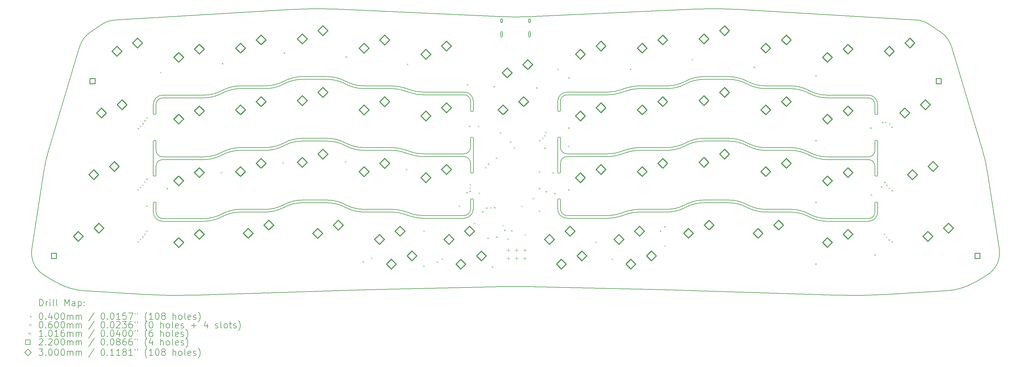
<source format=gbr>
%TF.GenerationSoftware,KiCad,Pcbnew,(6.0.7)*%
%TF.CreationDate,2022-09-16T03:14:30+03:00*%
%TF.ProjectId,teethless40_csl_pcb_schema,74656574-686c-4657-9373-34305f63736c,rev?*%
%TF.SameCoordinates,Original*%
%TF.FileFunction,Drillmap*%
%TF.FilePolarity,Positive*%
%FSLAX45Y45*%
G04 Gerber Fmt 4.5, Leading zero omitted, Abs format (unit mm)*
G04 Created by KiCad (PCBNEW (6.0.7)) date 2022-09-16 03:14:30*
%MOMM*%
%LPD*%
G01*
G04 APERTURE LIST*
%ADD10C,0.200000*%
%ADD11C,0.040000*%
%ADD12C,0.060000*%
%ADD13C,0.101600*%
%ADD14C,0.220000*%
%ADD15C,0.300000*%
G04 APERTURE END LIST*
D10*
X16622771Y-10466005D02*
G75*
G03*
X15819399Y-10466005I-401686J-17995684D01*
G01*
X16622771Y-10466005D02*
X20701085Y-10557039D01*
X11741085Y-10557039D02*
X15819399Y-10466005D01*
X15667828Y-2126004D02*
G75*
G03*
X16774342Y-2126004I553257J11987314D01*
G01*
X15667828Y-2126004D02*
X10664081Y-1895061D01*
X21778089Y-1895061D02*
X16774342Y-2126004D01*
X23046128Y-1903608D02*
G75*
G03*
X21778089Y-1895061I-714783J-11978641D01*
G01*
X28577514Y-2233672D02*
X23046128Y-1903608D01*
X10664081Y-1895061D02*
G75*
G03*
X9396042Y-1903608I-553256J-11987187D01*
G01*
X9396042Y-1903608D02*
X3864656Y-2233672D01*
X3864656Y-2233672D02*
G75*
G03*
X3462692Y-2370552I47653J-798581D01*
G01*
X3462692Y-2370552D02*
X3100051Y-2616962D01*
X3100051Y-2616962D02*
G75*
G03*
X2783275Y-3049221I449617J-661699D01*
G01*
X2783275Y-3049221D02*
X1823316Y-6255747D01*
X30770583Y-6928317D02*
G75*
G03*
X30618854Y-6255747I-4941668J-761422D01*
G01*
X31135676Y-9297768D02*
X30770584Y-6928317D01*
X30618854Y-6255747D02*
X29658895Y-3049221D01*
X1823316Y-6255747D02*
G75*
G03*
X1671586Y-6928316I4789941J-1433997D01*
G01*
X1671586Y-6928316D02*
X1306494Y-9297768D01*
X2038638Y-10315148D02*
G75*
G03*
X2936548Y-10591471I1020754J1719901D01*
G01*
X2936548Y-10591471D02*
X4713930Y-10700848D01*
X1688861Y-10107557D02*
X2038638Y-10315149D01*
X1306494Y-9297768D02*
G75*
G03*
X1688861Y-10107557I790669J-121829D01*
G01*
X30753310Y-10107560D02*
G75*
G03*
X31135676Y-9297768I-408306J687961D01*
G01*
X30403531Y-10315149D02*
X30753309Y-10107557D01*
X28979478Y-2370551D02*
G75*
G03*
X28577514Y-2233672I-449613J-661697D01*
G01*
X29342118Y-2616962D02*
X28979478Y-2370552D01*
X29658895Y-3049221D02*
G75*
G03*
X29342118Y-2616962I-766390J-229438D01*
G01*
X29505622Y-10591472D02*
G75*
G03*
X30403531Y-10315149I-122847J1996224D01*
G01*
X27728240Y-10700848D02*
X29505622Y-10591471D01*
X26055265Y-10725891D02*
G75*
G03*
X27728240Y-10700848I567370J17991012D01*
G01*
X20701085Y-10557039D02*
X26055265Y-10725890D01*
X4713930Y-10700848D02*
G75*
G03*
X6386905Y-10725890I1105605J17965969D01*
G01*
X6386905Y-10725890D02*
X11741085Y-10557039D01*
X19073802Y-8266034D02*
G75*
G03*
X19457197Y-8203140I8J1199964D01*
G01*
X5138159Y-6741285D02*
X5138159Y-6781285D01*
X5138159Y-7876285D02*
X5138159Y-8161285D01*
X5338159Y-6456285D02*
X6601967Y-6456285D01*
X12789698Y-4328428D02*
G75*
G03*
X12406302Y-4265535I-383398J-1137152D01*
G01*
X25241045Y-8204698D02*
G75*
G03*
X24699467Y-8075535I-541576J-1070822D01*
G01*
X23336045Y-4193947D02*
X23390272Y-4221373D01*
X7143546Y-4422122D02*
X7197772Y-4394698D01*
X7197772Y-4479698D02*
X7143546Y-4507122D01*
X17805659Y-6446029D02*
G75*
G03*
X17605659Y-6646035I1J-200001D01*
G01*
X7739350Y-8160537D02*
G75*
G03*
X7197772Y-8289697I0J-1200013D01*
G01*
X27300659Y-6256285D02*
X27300659Y-6216285D01*
X11007772Y-6126372D02*
X10953546Y-6098947D01*
X17520665Y-5026035D02*
G75*
G03*
X17545659Y-5051035I24995J-5D01*
G01*
X12406302Y-8075535D02*
X11549350Y-8075535D01*
X14833155Y-4741035D02*
G75*
G03*
X14633159Y-4541035I-199995J5D01*
G01*
X17520665Y-6931035D02*
G75*
G03*
X17545659Y-6956035I24995J-5D01*
G01*
X5078159Y-7851279D02*
G75*
G03*
X5053159Y-7876285I1J-25001D01*
G01*
X23390272Y-6041371D02*
G75*
G03*
X23931850Y-6170535I541578J1070821D01*
G01*
X19073802Y-4456035D02*
G75*
G03*
X19457198Y-4393140I8J1199955D01*
G01*
X12981619Y-8203141D02*
G75*
G03*
X13365015Y-8266035I383401J1137151D01*
G01*
X11549350Y-6170535D02*
X12406302Y-6170535D01*
X23931850Y-8075535D02*
X24699467Y-8075535D01*
X17805659Y-8266035D02*
X19073802Y-8266035D01*
X25241045Y-4479698D02*
G75*
G03*
X24699467Y-4350535I-541576J-1070822D01*
G01*
X22026850Y-4064785D02*
X22794467Y-4064785D01*
X11007772Y-4221372D02*
X10953546Y-4193947D01*
X21431046Y-6041372D02*
X21485272Y-6013947D01*
X27325659Y-5946279D02*
G75*
G03*
X27300659Y-5971285I1J-25001D01*
G01*
X9644350Y-5969786D02*
G75*
G03*
X9102772Y-6098947I0J-1200014D01*
G01*
X23390272Y-7946371D02*
G75*
G03*
X23931850Y-8075535I541578J1070821D01*
G01*
X14918165Y-5876035D02*
G75*
G03*
X14893159Y-5851035I-25005J-5D01*
G01*
X12789697Y-8138431D02*
G75*
G03*
X12406302Y-8075535I-383407J-1137149D01*
G01*
X12789697Y-6233430D02*
X12981620Y-6298140D01*
X9102772Y-4193947D02*
X9048546Y-4221372D01*
X14833159Y-4741035D02*
X14833159Y-5026035D01*
X21485272Y-8003947D02*
X21431046Y-8031372D01*
X11007773Y-6126371D02*
G75*
G03*
X11549350Y-6255535I541577J1070821D01*
G01*
X22026850Y-3979785D02*
G75*
G03*
X21485272Y-4108947I0J-1200005D01*
G01*
X23336045Y-7918948D02*
G75*
G03*
X22794467Y-7789785I-541576J-1070822D01*
G01*
X5138159Y-6256285D02*
X5138159Y-6216285D01*
X17520659Y-8066035D02*
X17520659Y-7781035D01*
X9644350Y-7874785D02*
X10411967Y-7874785D01*
X23336046Y-7918947D02*
X23390272Y-7946372D01*
X27300659Y-6781285D02*
X27300659Y-6741285D01*
X12789698Y-6233429D02*
G75*
G03*
X12406302Y-6170535I-383398J-1137141D01*
G01*
X22026850Y-7789785D02*
G75*
G03*
X21485272Y-7918947I0J-1200005D01*
G01*
X27385665Y-5971285D02*
G75*
G03*
X27360659Y-5946285I-25005J-5D01*
G01*
X7143546Y-8317122D02*
X7197772Y-8289697D01*
X20889467Y-8160535D02*
X20032515Y-8160535D01*
X23336045Y-4108948D02*
G75*
G03*
X22794467Y-3979785I-541575J-1070822D01*
G01*
X11549350Y-4265535D02*
X12406302Y-4265535D01*
X5053165Y-7026285D02*
G75*
G03*
X5078159Y-7051285I24995J-5D01*
G01*
X11007772Y-7946371D02*
G75*
G03*
X11549350Y-8075535I541578J1070821D01*
G01*
X9644350Y-7789785D02*
G75*
G03*
X9102772Y-7918947I0J-1200005D01*
G01*
X5338159Y-4551285D02*
X6601967Y-4551285D01*
X27385659Y-7876285D02*
X27385659Y-8161285D01*
X23390273Y-4136371D02*
G75*
G03*
X23931850Y-4265535I541577J1070821D01*
G01*
X25836850Y-6456285D02*
X27100659Y-6456285D01*
X14918165Y-4741035D02*
G75*
G03*
X14633159Y-4456035I-285005J-5D01*
G01*
X27300659Y-7876285D02*
X27300659Y-8121285D01*
X17545659Y-7756035D02*
X17580659Y-7756035D01*
X25241046Y-8204697D02*
X25295272Y-8232122D01*
X25241046Y-4479698D02*
X25295272Y-4507122D01*
X14893159Y-6956029D02*
G75*
G03*
X14918159Y-6931035I1J24999D01*
G01*
X8506967Y-4350535D02*
X7739350Y-4350535D01*
X21431046Y-7946372D02*
X21485272Y-7918947D01*
X19073802Y-6361035D02*
G75*
G03*
X19457198Y-6298140I8J1199955D01*
G01*
X23931850Y-4265535D02*
X24699467Y-4265535D01*
X23336045Y-8003948D02*
G75*
G03*
X22794467Y-7874785I-541576J-1070822D01*
G01*
X8506967Y-8075538D02*
G75*
G03*
X9048546Y-7946372I-7J1200008D01*
G01*
X20889467Y-8075538D02*
G75*
G03*
X21431046Y-7946372I-7J1200008D01*
G01*
X12406302Y-6255535D02*
X11549350Y-6255535D01*
X14833155Y-6646035D02*
G75*
G03*
X14633159Y-6446035I-199995J5D01*
G01*
X22026850Y-7874785D02*
G75*
G03*
X21485272Y-8003947I0J-1200005D01*
G01*
X25241046Y-4394698D02*
X25295272Y-4422122D01*
X10953546Y-6098948D02*
G75*
G03*
X10411967Y-5969785I-541576J-1070822D01*
G01*
X23336046Y-6013947D02*
X23390272Y-6041372D01*
X7739350Y-6255535D02*
G75*
G03*
X7197772Y-6384697I0J-1200005D01*
G01*
X17520659Y-5026035D02*
X17520659Y-4741035D01*
X23390272Y-6126371D02*
G75*
G03*
X23931850Y-6255535I541578J1070821D01*
G01*
X25295272Y-4507121D02*
G75*
G03*
X25836850Y-4636285I541578J1070821D01*
G01*
X22026850Y-5969786D02*
G75*
G03*
X21485272Y-6098947I0J-1200014D01*
G01*
X12789697Y-4413431D02*
G75*
G03*
X12406302Y-4350535I-383407J-1137149D01*
G01*
X13365015Y-8266035D02*
X14633159Y-8266035D01*
X23931850Y-4350535D02*
X24699467Y-4350535D01*
X6601967Y-4636285D02*
X5338159Y-4636285D01*
X5338159Y-4551285D02*
G75*
G03*
X5053159Y-4836285I0J-285000D01*
G01*
X27360659Y-7051279D02*
G75*
G03*
X27385659Y-7026285I1J24999D01*
G01*
X20032515Y-8160535D02*
G75*
G03*
X19649120Y-8223430I-5J-1199965D01*
G01*
X17805659Y-4456039D02*
G75*
G03*
X17520659Y-4741035I1J-285001D01*
G01*
X5138165Y-6256285D02*
G75*
G03*
X5338159Y-6456285I199995J-5D01*
G01*
X25836850Y-8361285D02*
X27100659Y-8361285D01*
X5078159Y-5946279D02*
G75*
G03*
X5053159Y-5971285I1J-25001D01*
G01*
X17545659Y-6956035D02*
X17580659Y-6956035D01*
X6601967Y-6541285D02*
X5338159Y-6541285D01*
X7739350Y-6170535D02*
X8506967Y-6170535D01*
X7197772Y-8204697D02*
X7143546Y-8232122D01*
X17545659Y-7756039D02*
G75*
G03*
X17520659Y-7781035I1J-25001D01*
G01*
X14858159Y-5851035D02*
X14893159Y-5851035D01*
X10953545Y-4193948D02*
G75*
G03*
X10411967Y-4064785I-541575J-1070822D01*
G01*
X19649120Y-8223430D02*
X19457197Y-8288140D01*
X20889467Y-6255536D02*
G75*
G03*
X21431046Y-6126372I-7J1200016D01*
G01*
X17545659Y-5051035D02*
X17580659Y-5051035D01*
X14633159Y-8351035D02*
X13365015Y-8351035D01*
X24699467Y-6255535D02*
X23931850Y-6255535D01*
X27300659Y-4876285D02*
X27300659Y-5121285D01*
X5138165Y-8161285D02*
G75*
G03*
X5338159Y-8361285I199995J-5D01*
G01*
X12981620Y-6383140D02*
G75*
G03*
X13365015Y-6446035I383400J1137140D01*
G01*
X20889467Y-8160538D02*
G75*
G03*
X21431046Y-8031372I-7J1200008D01*
G01*
X14918159Y-5876035D02*
X14918159Y-6931035D01*
X14833155Y-6931035D02*
G75*
G03*
X14858159Y-6956035I25005J5D01*
G01*
X22026850Y-4064785D02*
G75*
G03*
X21485272Y-4193947I0J-1200005D01*
G01*
X25836850Y-4551285D02*
X27100659Y-4551285D01*
X5053159Y-5121285D02*
X5053159Y-4836285D01*
X11007772Y-7946372D02*
X10953546Y-7918947D01*
X19073802Y-4541035D02*
X17805659Y-4541035D01*
X23390273Y-4221371D02*
G75*
G03*
X23931850Y-4350535I541577J1070821D01*
G01*
X13365015Y-4456035D02*
X14633159Y-4456035D01*
X14918159Y-7781035D02*
X14918159Y-8066035D01*
X14633159Y-4541035D02*
X13365015Y-4541035D01*
X9644350Y-7874785D02*
G75*
G03*
X9102772Y-8003947I0J-1200005D01*
G01*
X7739350Y-8160535D02*
X8506967Y-8160535D01*
X9102772Y-6098947D02*
X9048546Y-6126372D01*
X17580659Y-6956029D02*
G75*
G03*
X17605659Y-6931035I1J24999D01*
G01*
X7739350Y-6170535D02*
G75*
G03*
X7197772Y-6299697I0J-1200005D01*
G01*
X19457198Y-4393140D02*
X19649120Y-4328430D01*
X11007772Y-8031371D02*
G75*
G03*
X11549350Y-8160535I541578J1070821D01*
G01*
X9102772Y-7918947D02*
X9048546Y-7946372D01*
X5338159Y-6541285D02*
G75*
G03*
X5138159Y-6741285I0J-200000D01*
G01*
X5338159Y-4636285D02*
G75*
G03*
X5138159Y-4836285I0J-200000D01*
G01*
X20032515Y-4350534D02*
G75*
G03*
X19649120Y-4413430I-5J-1199956D01*
G01*
X27100659Y-8361289D02*
G75*
G03*
X27300659Y-8161285I1J199999D01*
G01*
X12981619Y-4393141D02*
G75*
G03*
X13365015Y-4456035I383401J1137151D01*
G01*
X9644350Y-5884787D02*
G75*
G03*
X9102772Y-6013947I0J-1200013D01*
G01*
X8506967Y-6255537D02*
G75*
G03*
X9048546Y-6126372I-7J1200017D01*
G01*
X27100659Y-4636285D02*
X25836850Y-4636285D01*
X19073802Y-6446035D02*
G75*
G03*
X19457198Y-6383140I8J1199955D01*
G01*
X17605659Y-5876035D02*
X17605659Y-6121035D01*
X20889467Y-6255535D02*
X20032516Y-6255535D01*
X27325659Y-7851285D02*
X27360659Y-7851285D01*
X6601967Y-8446287D02*
G75*
G03*
X7143546Y-8317122I-7J1200017D01*
G01*
X5138155Y-5971285D02*
G75*
G03*
X5113159Y-5946285I-24995J5D01*
G01*
X14833155Y-5026035D02*
G75*
G03*
X14858159Y-5051035I25005J5D01*
G01*
X27325659Y-5946285D02*
X27360659Y-5946285D01*
X14633159Y-8266039D02*
G75*
G03*
X14833159Y-8066035I1J199999D01*
G01*
X11007773Y-4221371D02*
G75*
G03*
X11549350Y-4350535I541577J1070821D01*
G01*
X17805659Y-6361035D02*
X19073802Y-6361035D01*
X22026850Y-7789785D02*
X22794467Y-7789785D01*
X11007773Y-4136371D02*
G75*
G03*
X11549350Y-4265535I541577J1070821D01*
G01*
X6601967Y-6541283D02*
G75*
G03*
X7143546Y-6412122I3J1200003D01*
G01*
X6601967Y-8361287D02*
G75*
G03*
X7143546Y-8232122I-7J1200017D01*
G01*
X19457197Y-8203140D02*
X19649120Y-8138430D01*
X22794467Y-5969785D02*
X22026850Y-5969785D01*
X27385665Y-7876285D02*
G75*
G03*
X27360659Y-7851285I-25005J-5D01*
G01*
X25295273Y-8232121D02*
G75*
G03*
X25836850Y-8361285I541577J1070821D01*
G01*
X12789697Y-6318431D02*
G75*
G03*
X12406302Y-6255535I-383407J-1137149D01*
G01*
X27360659Y-5146279D02*
G75*
G03*
X27385659Y-5121285I1J24999D01*
G01*
X27100659Y-8446285D02*
X25836850Y-8446285D01*
X6601967Y-6456288D02*
G75*
G03*
X7143546Y-6327122I-7J1200008D01*
G01*
X25295272Y-6327121D02*
G75*
G03*
X25836850Y-6456285I541578J1070821D01*
G01*
X20032515Y-4265535D02*
X20889467Y-4265535D01*
X13365015Y-6361035D02*
X14633159Y-6361035D01*
X25295272Y-4422121D02*
G75*
G03*
X25836850Y-4551285I541578J1070821D01*
G01*
X5053159Y-7876285D02*
X5053159Y-8161285D01*
X27325659Y-7851279D02*
G75*
G03*
X27300659Y-7876285I1J-25001D01*
G01*
X24699467Y-8160535D02*
X23931850Y-8160535D01*
X25295272Y-8317122D02*
X25241046Y-8289697D01*
X12789698Y-4328430D02*
X12981620Y-4393140D01*
X20032515Y-8075535D02*
X20889467Y-8075535D01*
X23931850Y-6170535D02*
X24699467Y-6170535D01*
X25241045Y-8289698D02*
G75*
G03*
X24699467Y-8160535I-541576J-1070822D01*
G01*
X5113159Y-5946285D02*
X5078159Y-5946285D01*
X25241045Y-6299698D02*
G75*
G03*
X24699467Y-6170535I-541575J-1070822D01*
G01*
X10953546Y-8003947D02*
X11007772Y-8031372D01*
X23390272Y-6126372D02*
X23336046Y-6098947D01*
X25241045Y-6299697D02*
X25295272Y-6327122D01*
X20032516Y-6255535D02*
G75*
G03*
X19649120Y-6318430I-6J-1199965D01*
G01*
X23390272Y-8031371D02*
G75*
G03*
X23931850Y-8160535I541578J1070821D01*
G01*
X25295273Y-8317121D02*
G75*
G03*
X25836850Y-8446285I541577J1070821D01*
G01*
X23336045Y-4193948D02*
G75*
G03*
X22794467Y-4064785I-541575J-1070822D01*
G01*
X27300655Y-6741285D02*
G75*
G03*
X27100659Y-6541285I-199995J5D01*
G01*
X10411967Y-5969785D02*
X9644350Y-5969785D01*
X17605659Y-6646035D02*
X17605659Y-6686035D01*
X8506967Y-4265537D02*
G75*
G03*
X9048546Y-4136372I-7J1200017D01*
G01*
X5338159Y-8361285D02*
X6601967Y-8361285D01*
X19073802Y-8351034D02*
G75*
G03*
X19457197Y-8288140I8J1199964D01*
G01*
X12981620Y-6383140D02*
X12789698Y-6318430D01*
X17580659Y-5051039D02*
G75*
G03*
X17605659Y-5026035I1J24999D01*
G01*
X8506967Y-6170538D02*
G75*
G03*
X9048546Y-6041372I-7J1200008D01*
G01*
X9644350Y-5884785D02*
X10411967Y-5884785D01*
X20889467Y-4350538D02*
G75*
G03*
X21431046Y-4221372I-7J1200008D01*
G01*
X7739350Y-8075537D02*
G75*
G03*
X7197772Y-8204697I0J-1200013D01*
G01*
X19457198Y-6298140D02*
X19649120Y-6233430D01*
X10411967Y-4064785D02*
X9644350Y-4064785D01*
X5138159Y-6781285D02*
X5138159Y-7026285D01*
X6601967Y-4551288D02*
G75*
G03*
X7143546Y-4422122I-7J1200008D01*
G01*
X22026850Y-3979785D02*
X22794467Y-3979785D01*
X19649120Y-6318430D02*
X19457198Y-6383140D01*
X27325659Y-5146285D02*
X27360659Y-5146285D01*
X22026850Y-5884785D02*
X22794467Y-5884785D01*
X14918159Y-5026035D02*
X14918159Y-4741035D01*
X12406302Y-4350535D02*
X11549350Y-4350535D01*
X12789698Y-8223430D02*
X12981620Y-8288140D01*
X8506967Y-8075535D02*
X7739350Y-8075535D01*
X21485272Y-6098947D02*
X21431046Y-6126372D01*
X21431046Y-4221372D02*
X21485272Y-4193947D01*
X14633159Y-6361039D02*
G75*
G03*
X14833159Y-6161035I1J199999D01*
G01*
X5053165Y-5121285D02*
G75*
G03*
X5078159Y-5146285I24995J-5D01*
G01*
X27100659Y-6456289D02*
G75*
G03*
X27300659Y-6256285I1J199999D01*
G01*
X8506967Y-8160538D02*
G75*
G03*
X9048546Y-8031372I-7J1200008D01*
G01*
X20032516Y-6170535D02*
G75*
G03*
X19649120Y-6233430I-6J-1199965D01*
G01*
X5138159Y-5971285D02*
X5138159Y-6216285D01*
X27325659Y-7051285D02*
X27360659Y-7051285D01*
X5113159Y-5146289D02*
G75*
G03*
X5138159Y-5121285I1J24999D01*
G01*
X17605659Y-6686035D02*
X17605659Y-6931035D01*
X5113159Y-5146285D02*
X5078159Y-5146285D01*
X17805659Y-4456035D02*
X19073802Y-4456035D01*
X9048546Y-4136372D02*
X9102772Y-4108947D01*
X10953546Y-6013948D02*
G75*
G03*
X10411967Y-5884785I-541576J-1070822D01*
G01*
X27300655Y-5121285D02*
G75*
G03*
X27325659Y-5146285I25005J5D01*
G01*
X17520659Y-6931035D02*
X17520659Y-5876035D01*
X14633159Y-8351029D02*
G75*
G03*
X14918159Y-8066035I1J284999D01*
G01*
X23336045Y-4108947D02*
X23390272Y-4136373D01*
X17605665Y-8066035D02*
G75*
G03*
X17805659Y-8266035I199995J-5D01*
G01*
X20032515Y-8075535D02*
G75*
G03*
X19649120Y-8138430I-5J-1199965D01*
G01*
X25295272Y-6412122D02*
X25241045Y-6384697D01*
X6601967Y-8446285D02*
X5338159Y-8446285D01*
X22026850Y-5884786D02*
G75*
G03*
X21485272Y-6013947I0J-1200014D01*
G01*
X17605655Y-5876035D02*
G75*
G03*
X17580659Y-5851035I-24995J5D01*
G01*
X12981619Y-8288141D02*
G75*
G03*
X13365015Y-8351035I383401J1137151D01*
G01*
X27300659Y-6781285D02*
X27300659Y-7026285D01*
X8506967Y-6255535D02*
X7739350Y-6255535D01*
X27100659Y-6541285D02*
X25836850Y-6541285D01*
X23390272Y-8031372D02*
X23336046Y-8003947D01*
X7143546Y-6327122D02*
X7197772Y-6299697D01*
X27300659Y-4836285D02*
X27300659Y-4876285D01*
X7739350Y-4265536D02*
G75*
G03*
X7197772Y-4394698I0J-1200005D01*
G01*
X5113159Y-7851285D02*
X5078159Y-7851285D01*
X6601967Y-4636288D02*
G75*
G03*
X7143546Y-4507122I-7J1200008D01*
G01*
X27385659Y-5971285D02*
X27385659Y-7026285D01*
X17605655Y-7781035D02*
G75*
G03*
X17580659Y-7756035I-24995J5D01*
G01*
X7739350Y-4350536D02*
G75*
G03*
X7197772Y-4479698I0J-1200005D01*
G01*
X25241045Y-4394698D02*
G75*
G03*
X24699467Y-4265535I-541576J-1070822D01*
G01*
X19457198Y-4478140D02*
X19649120Y-4413430D01*
X17545659Y-5851035D02*
X17580659Y-5851035D01*
X9644350Y-4064787D02*
G75*
G03*
X9102772Y-4193947I0J-1200013D01*
G01*
X17605659Y-4781035D02*
X17605659Y-4741035D01*
X5053155Y-8161285D02*
G75*
G03*
X5338159Y-8446285I285005J5D01*
G01*
X20889467Y-6170536D02*
G75*
G03*
X21431046Y-6041372I-7J1200016D01*
G01*
X5138159Y-4836285D02*
X5138159Y-5121285D01*
X8506967Y-4350538D02*
G75*
G03*
X9048546Y-4221372I-7J1200008D01*
G01*
X27385665Y-4836285D02*
G75*
G03*
X27100659Y-4551285I-285005J-5D01*
G01*
X12981620Y-4478140D02*
X12789698Y-4413430D01*
X19073802Y-6446035D02*
X17805659Y-6446035D01*
X22794467Y-7874785D02*
X22026850Y-7874785D01*
X5138155Y-7876285D02*
G75*
G03*
X5113159Y-7851285I-24995J5D01*
G01*
X20889467Y-4265538D02*
G75*
G03*
X21431046Y-4136372I-7J1200008D01*
G01*
X14633159Y-6446035D02*
X13365015Y-6446035D01*
X14858159Y-5851029D02*
G75*
G03*
X14833159Y-5876035I1J-25001D01*
G01*
X17605659Y-7781035D02*
X17605659Y-8026035D01*
X9048546Y-6041372D02*
X9102772Y-6013947D01*
X12789697Y-8223431D02*
G75*
G03*
X12406302Y-8160535I-383407J-1137149D01*
G01*
X12981620Y-8203140D02*
X12789698Y-8138430D01*
X10953546Y-7918948D02*
G75*
G03*
X10411967Y-7789785I-541576J-1070822D01*
G01*
X12981620Y-6298140D02*
G75*
G03*
X13365015Y-6361035I383400J1137140D01*
G01*
X21431046Y-4136372D02*
X21485272Y-4108947D01*
X12981619Y-4478141D02*
G75*
G03*
X13365015Y-4541035I383401J1137151D01*
G01*
X27100659Y-8446279D02*
G75*
G03*
X27385659Y-8161285I1J284999D01*
G01*
X10953546Y-8003948D02*
G75*
G03*
X10411967Y-7874785I-541576J-1070822D01*
G01*
X9644350Y-3979785D02*
X10411967Y-3979785D01*
X17605665Y-6161035D02*
G75*
G03*
X17805659Y-6361035I199995J-5D01*
G01*
X19073802Y-8351035D02*
X17805659Y-8351035D01*
X20032515Y-4265534D02*
G75*
G03*
X19649120Y-4328430I-5J-1199956D01*
G01*
X27385659Y-4836285D02*
X27385659Y-5121285D01*
X17545659Y-5851039D02*
G75*
G03*
X17520659Y-5876035I1J-25001D01*
G01*
X14858159Y-5051035D02*
X14893159Y-5051035D01*
X5113159Y-7051285D02*
X5078159Y-7051285D01*
X11549350Y-8160535D02*
X12406302Y-8160535D01*
X27300655Y-7026285D02*
G75*
G03*
X27325659Y-7051285I25005J5D01*
G01*
X20032515Y-4350535D02*
X20889467Y-4350535D01*
X14833159Y-6686035D02*
X14833159Y-6931035D01*
X7197772Y-6384697D02*
X7143546Y-6412122D01*
X23336045Y-6098948D02*
G75*
G03*
X22794467Y-5969785I-541576J-1070822D01*
G01*
X25295272Y-6412121D02*
G75*
G03*
X25836850Y-6541285I541578J1070821D01*
G01*
X11007773Y-6041371D02*
G75*
G03*
X11549350Y-6170535I541577J1070821D01*
G01*
X17605659Y-4781035D02*
X17605659Y-5026035D01*
X17605659Y-8066035D02*
X17605659Y-8026035D01*
X23336045Y-6013948D02*
G75*
G03*
X22794467Y-5884785I-541576J-1070822D01*
G01*
X14858159Y-7756035D02*
X14893159Y-7756035D01*
X25241045Y-6384698D02*
G75*
G03*
X24699467Y-6255535I-541575J-1070822D01*
G01*
X14833159Y-7781035D02*
X14833159Y-8066035D01*
X27300655Y-4836285D02*
G75*
G03*
X27100659Y-4636285I-199995J5D01*
G01*
X10953546Y-4108948D02*
G75*
G03*
X10411967Y-3979785I-541576J-1070822D01*
G01*
X5113159Y-7051289D02*
G75*
G03*
X5138159Y-7026285I1J24999D01*
G01*
X10411967Y-7789785D02*
X9644350Y-7789785D01*
X14858159Y-7756029D02*
G75*
G03*
X14833159Y-7781035I1J-25001D01*
G01*
X27300659Y-5971285D02*
X27300659Y-6216285D01*
X14893159Y-5051029D02*
G75*
G03*
X14918159Y-5026035I1J24999D01*
G01*
X17605659Y-6121035D02*
X17605659Y-6161035D01*
X14833159Y-5876035D02*
X14833159Y-6161035D01*
X14833159Y-6646035D02*
X14833159Y-6686035D01*
X20032516Y-6170535D02*
X20889467Y-6170535D01*
X9644350Y-3979785D02*
G75*
G03*
X9102772Y-4108947I0J-1200005D01*
G01*
X9048546Y-8031372D02*
X9102772Y-8003947D01*
X10953546Y-4108947D02*
X11007772Y-4136372D01*
X27300659Y-8161285D02*
X27300659Y-8121285D01*
X14918165Y-7781035D02*
G75*
G03*
X14893159Y-7756035I-25005J-5D01*
G01*
X10953546Y-6013947D02*
X11007772Y-6041372D01*
X7739350Y-4265535D02*
X8506967Y-4265535D01*
X17520655Y-8066035D02*
G75*
G03*
X17805659Y-8351035I285005J5D01*
G01*
X14858159Y-6956035D02*
X14893159Y-6956035D01*
X19073802Y-4541035D02*
G75*
G03*
X19457198Y-4478140I8J1199955D01*
G01*
X17805659Y-4541029D02*
G75*
G03*
X17605659Y-4741035I1J-200001D01*
G01*
X5053159Y-5971285D02*
X5053159Y-7026285D01*
D11*
X4562496Y-7451874D02*
X4602496Y-7491874D01*
X4602496Y-7451874D02*
X4562496Y-7491874D01*
X4562496Y-9057813D02*
X4602496Y-9097813D01*
X4602496Y-9057813D02*
X4562496Y-9097813D01*
X4563622Y-5559136D02*
X4603622Y-5599136D01*
X4603622Y-5559136D02*
X4563622Y-5599136D01*
X4634860Y-8984789D02*
X4674860Y-9024789D01*
X4674860Y-8984789D02*
X4634860Y-9024789D01*
X4634996Y-7379374D02*
X4674996Y-7419374D01*
X4674996Y-7379374D02*
X4634996Y-7419374D01*
X4636122Y-5486636D02*
X4676122Y-5526636D01*
X4676122Y-5486636D02*
X4636122Y-5526636D01*
X4707360Y-8907753D02*
X4747360Y-8947753D01*
X4747360Y-8907753D02*
X4707360Y-8947753D01*
X4707496Y-7302338D02*
X4747496Y-7342338D01*
X4747496Y-7302338D02*
X4707496Y-7342338D01*
X4708622Y-5409600D02*
X4748622Y-5449600D01*
X4748622Y-5409600D02*
X4708622Y-5449600D01*
X4771000Y-8818456D02*
X4811000Y-8858456D01*
X4811000Y-8818456D02*
X4771000Y-8858456D01*
X4771136Y-7213041D02*
X4811136Y-7253041D01*
X4811136Y-7213041D02*
X4771136Y-7253041D01*
X4772262Y-5320303D02*
X4812262Y-5360303D01*
X4812262Y-5320303D02*
X4772262Y-5360303D01*
X4831657Y-8729160D02*
X4871657Y-8769160D01*
X4871657Y-8729160D02*
X4831657Y-8769160D01*
X4831793Y-7123744D02*
X4871793Y-7163744D01*
X4871793Y-7123744D02*
X4831793Y-7163744D01*
X4831793Y-7957181D02*
X4871793Y-7997181D01*
X4871793Y-7957181D02*
X4831793Y-7997181D01*
X4832919Y-5231006D02*
X4872919Y-5271006D01*
X4872919Y-5231006D02*
X4832919Y-5271006D01*
X5258438Y-3829687D02*
X5298438Y-3869687D01*
X5298438Y-3829687D02*
X5258438Y-3869687D01*
X5462375Y-7415895D02*
X5502375Y-7455895D01*
X5502375Y-7415895D02*
X5462375Y-7455895D01*
X7123744Y-6915385D02*
X7163744Y-6955385D01*
X7163744Y-6915385D02*
X7123744Y-6955385D01*
X7163437Y-3551875D02*
X7203437Y-3591875D01*
X7203437Y-3551875D02*
X7163437Y-3591875D01*
X9028742Y-6617729D02*
X9068742Y-6657729D01*
X9068742Y-6617729D02*
X9028742Y-6657729D01*
X9068438Y-3234375D02*
X9108438Y-3274375D01*
X9108438Y-3234375D02*
X9068438Y-3274375D01*
X10963506Y-6587963D02*
X11003506Y-6627963D01*
X11003506Y-6587963D02*
X10963506Y-6627963D01*
X10973438Y-3353437D02*
X11013438Y-3393437D01*
X11013438Y-3353437D02*
X10973438Y-3393437D01*
X11499287Y-9679326D02*
X11539287Y-9719326D01*
X11539287Y-9679326D02*
X11499287Y-9719326D01*
X11767178Y-9564523D02*
X11807178Y-9604523D01*
X11807178Y-9564523D02*
X11767178Y-9604523D01*
X12838739Y-6826088D02*
X12878739Y-6866088D01*
X12878739Y-6826088D02*
X12838739Y-6866088D01*
X12868505Y-3581638D02*
X12908505Y-3621638D01*
X12908505Y-3581638D02*
X12868505Y-3621638D01*
X13374520Y-8731086D02*
X13414520Y-8771086D01*
X13414520Y-8731086D02*
X13374520Y-8771086D01*
X13374520Y-9802648D02*
X13414520Y-9842648D01*
X13414520Y-9802648D02*
X13374520Y-9842648D01*
X13791238Y-9683586D02*
X13831238Y-9723586D01*
X13831238Y-9683586D02*
X13791238Y-9723586D01*
X13940066Y-9594289D02*
X13980066Y-9634289D01*
X13980066Y-9594289D02*
X13940066Y-9634289D01*
X14465937Y-7957187D02*
X14505937Y-7997187D01*
X14505937Y-7957187D02*
X14465937Y-7997187D01*
X14705762Y-7539000D02*
X14745762Y-7579000D01*
X14745762Y-7539000D02*
X14705762Y-7579000D01*
X14719000Y-4209000D02*
X14759000Y-4249000D01*
X14759000Y-4209000D02*
X14719000Y-4249000D01*
X14783437Y-5496563D02*
X14823437Y-5536563D01*
X14823437Y-5496563D02*
X14783437Y-5536563D01*
X14796000Y-7495100D02*
X14836000Y-7535100D01*
X14836000Y-7495100D02*
X14796000Y-7535100D01*
X14800532Y-7395252D02*
X14840532Y-7435252D01*
X14840532Y-7395252D02*
X14800532Y-7435252D01*
X14806794Y-7295499D02*
X14846794Y-7335499D01*
X14846794Y-7295499D02*
X14806794Y-7335499D01*
X14943000Y-8488000D02*
X14983000Y-8528000D01*
X14983000Y-8488000D02*
X14943000Y-8528000D01*
X15061250Y-5496563D02*
X15101250Y-5536563D01*
X15101250Y-5496563D02*
X15061250Y-5536563D01*
X15084000Y-7560000D02*
X15124000Y-7600000D01*
X15124000Y-7560000D02*
X15084000Y-7600000D01*
X15190222Y-8135774D02*
X15230222Y-8175774D01*
X15230222Y-8135774D02*
X15190222Y-8175774D01*
X15279550Y-6763000D02*
X15319550Y-6803000D01*
X15319550Y-6763000D02*
X15279550Y-6803000D01*
X15309284Y-8016712D02*
X15349284Y-8056712D01*
X15349284Y-8016712D02*
X15309284Y-8056712D01*
X15351000Y-8946000D02*
X15391000Y-8986000D01*
X15391000Y-8946000D02*
X15351000Y-8986000D01*
X15362000Y-6659000D02*
X15402000Y-6699000D01*
X15402000Y-6659000D02*
X15362000Y-6699000D01*
X15432000Y-8009000D02*
X15472000Y-8049000D01*
X15472000Y-8009000D02*
X15432000Y-8049000D01*
X15487878Y-9832414D02*
X15527878Y-9872414D01*
X15527878Y-9832414D02*
X15487878Y-9872414D01*
X15537500Y-4266246D02*
X15577500Y-4306246D01*
X15577500Y-4266246D02*
X15537500Y-4306246D01*
X15559000Y-8003000D02*
X15599000Y-8043000D01*
X15599000Y-8003000D02*
X15559000Y-8043000D01*
X15606000Y-6476000D02*
X15646000Y-6516000D01*
X15646000Y-6476000D02*
X15606000Y-6516000D01*
X15616875Y-8909688D02*
X15656875Y-8949688D01*
X15656875Y-8909688D02*
X15616875Y-8949688D01*
X15735937Y-5695000D02*
X15775937Y-5735000D01*
X15775937Y-5695000D02*
X15735937Y-5735000D01*
X15808000Y-8555000D02*
X15848000Y-8595000D01*
X15848000Y-8555000D02*
X15808000Y-8595000D01*
X15867000Y-8705000D02*
X15907000Y-8745000D01*
X15907000Y-8705000D02*
X15867000Y-8745000D01*
X15962000Y-8976000D02*
X16002000Y-9016000D01*
X16002000Y-8976000D02*
X15962000Y-9016000D01*
X16047187Y-5966562D02*
X16087187Y-6006562D01*
X16087187Y-5966562D02*
X16047187Y-6006562D01*
X16080000Y-8716000D02*
X16120000Y-8756000D01*
X16120000Y-8716000D02*
X16080000Y-8756000D01*
X16153000Y-6157000D02*
X16193000Y-6197000D01*
X16193000Y-6157000D02*
X16153000Y-6197000D01*
X16393000Y-7969335D02*
X16433000Y-8009335D01*
X16433000Y-7969335D02*
X16393000Y-8009335D01*
X16501000Y-8851000D02*
X16541000Y-8891000D01*
X16541000Y-8851000D02*
X16501000Y-8891000D01*
X16742000Y-7721000D02*
X16782000Y-7761000D01*
X16782000Y-7721000D02*
X16742000Y-7761000D01*
X16857095Y-4305938D02*
X16897095Y-4345938D01*
X16897095Y-4305938D02*
X16857095Y-4345938D01*
X16937304Y-6899000D02*
X16977304Y-6939000D01*
X16977304Y-6899000D02*
X16937304Y-6939000D01*
X16937304Y-8110304D02*
X16977304Y-8150304D01*
X16977304Y-8110304D02*
X16937304Y-8150304D01*
X16938000Y-7412000D02*
X16978000Y-7452000D01*
X16978000Y-7412000D02*
X16938000Y-7452000D01*
X16946392Y-5933120D02*
X16986392Y-5973120D01*
X16986392Y-5933120D02*
X16946392Y-5973120D01*
X17035689Y-5862670D02*
X17075689Y-5902670D01*
X17075689Y-5862670D02*
X17035689Y-5902670D01*
X17096000Y-6166000D02*
X17136000Y-6206000D01*
X17136000Y-6166000D02*
X17096000Y-6206000D01*
X17096144Y-5783076D02*
X17136144Y-5823076D01*
X17136144Y-5783076D02*
X17096144Y-5823076D01*
X17139904Y-5680148D02*
X17179904Y-5720148D01*
X17179904Y-5680148D02*
X17139904Y-5720148D01*
X17146000Y-7510000D02*
X17186000Y-7550000D01*
X17186000Y-7510000D02*
X17146000Y-7550000D01*
X17361000Y-6929000D02*
X17401000Y-6969000D01*
X17401000Y-6929000D02*
X17361000Y-6969000D01*
X17408000Y-7569000D02*
X17448000Y-7609000D01*
X17448000Y-7569000D02*
X17408000Y-7609000D01*
X17512000Y-3730000D02*
X17552000Y-3770000D01*
X17552000Y-3730000D02*
X17512000Y-3770000D01*
X17837000Y-6109000D02*
X17877000Y-6149000D01*
X17877000Y-6109000D02*
X17837000Y-6149000D01*
X17839360Y-5546167D02*
X17879360Y-5586167D01*
X17879360Y-5546167D02*
X17839360Y-5586167D01*
X17839360Y-7451166D02*
X17879360Y-7491166D01*
X17879360Y-7451166D02*
X17839360Y-7491166D01*
X17845313Y-3998356D02*
X17885313Y-4038356D01*
X17885313Y-3998356D02*
X17845313Y-4038356D01*
X18672813Y-9068438D02*
X18712813Y-9108438D01*
X18712813Y-9068438D02*
X18672813Y-9108438D01*
X19178812Y-9594289D02*
X19218812Y-9634289D01*
X19218812Y-9594289D02*
X19178812Y-9634289D01*
X19744358Y-3730466D02*
X19784358Y-3770466D01*
X19784358Y-3730466D02*
X19744358Y-3770466D01*
X20667092Y-8731086D02*
X20707092Y-8771086D01*
X20707092Y-8731086D02*
X20667092Y-8771086D01*
X20804000Y-8594178D02*
X20844000Y-8634178D01*
X20844000Y-8594178D02*
X20804000Y-8634178D01*
X20804000Y-9182000D02*
X20844000Y-9222000D01*
X20844000Y-9182000D02*
X20804000Y-9222000D01*
X21649357Y-3432810D02*
X21689357Y-3472810D01*
X21689357Y-3432810D02*
X21649357Y-3472810D01*
X23554355Y-3670934D02*
X23594355Y-3710934D01*
X23594355Y-3670934D02*
X23554355Y-3710934D01*
X25459000Y-3928000D02*
X25499000Y-3968000D01*
X25499000Y-3928000D02*
X25459000Y-3968000D01*
X25459354Y-5933120D02*
X25499354Y-5973120D01*
X25499354Y-5933120D02*
X25459354Y-5973120D01*
X25459354Y-7838118D02*
X25499354Y-7878118D01*
X25499354Y-7838118D02*
X25459354Y-7878118D01*
X25459354Y-9743117D02*
X25499354Y-9783117D01*
X25499354Y-9743117D02*
X25459354Y-9783117D01*
X27154000Y-5544000D02*
X27194000Y-5584000D01*
X27194000Y-5544000D02*
X27154000Y-5584000D01*
X27176000Y-7608000D02*
X27216000Y-7648000D01*
X27216000Y-7608000D02*
X27176000Y-7648000D01*
X27273000Y-9460000D02*
X27313000Y-9500000D01*
X27313000Y-9460000D02*
X27273000Y-9500000D01*
X27483414Y-7361869D02*
X27523414Y-7401869D01*
X27523414Y-7361869D02*
X27483414Y-7401869D01*
X27511000Y-5371000D02*
X27551000Y-5411000D01*
X27551000Y-5371000D02*
X27511000Y-5411000D01*
X27572711Y-8819675D02*
X27612711Y-8859675D01*
X27612711Y-8819675D02*
X27572711Y-8859675D01*
X27580000Y-7225000D02*
X27620000Y-7265000D01*
X27620000Y-7225000D02*
X27580000Y-7265000D01*
X27612816Y-5375184D02*
X27652816Y-5415184D01*
X27652816Y-5375184D02*
X27612816Y-5415184D01*
X27636351Y-8908972D02*
X27676351Y-8948972D01*
X27676351Y-8908972D02*
X27636351Y-8948972D01*
X27643640Y-7314297D02*
X27683640Y-7354297D01*
X27683640Y-7314297D02*
X27643640Y-7354297D01*
X27721539Y-8998977D02*
X27761539Y-9038977D01*
X27761539Y-8998977D02*
X27721539Y-9038977D01*
X27723000Y-7397000D02*
X27763000Y-7437000D01*
X27763000Y-7397000D02*
X27723000Y-7437000D01*
X27741550Y-5418000D02*
X27781550Y-5458000D01*
X27781550Y-5418000D02*
X27741550Y-5458000D01*
X27805374Y-5520925D02*
X27845374Y-5560925D01*
X27845374Y-5520925D02*
X27805374Y-5560925D01*
X27810836Y-9058508D02*
X27850836Y-9098508D01*
X27850836Y-9058508D02*
X27810836Y-9098508D01*
X27811000Y-7478536D02*
X27851000Y-7518536D01*
X27851000Y-7478536D02*
X27811000Y-7518536D01*
D12*
X15818000Y-2254764D02*
G75*
G03*
X15818000Y-2254764I-30000J0D01*
G01*
D10*
X15758000Y-2224764D02*
X15758000Y-2284764D01*
X15818000Y-2224764D02*
X15818000Y-2284764D01*
X15758000Y-2284764D02*
G75*
G03*
X15818000Y-2284764I30000J0D01*
G01*
X15818000Y-2224764D02*
G75*
G03*
X15758000Y-2224764I-30000J0D01*
G01*
D12*
X15818000Y-2672764D02*
G75*
G03*
X15818000Y-2672764I-30000J0D01*
G01*
D10*
X15758000Y-2617764D02*
X15758000Y-2727764D01*
X15818000Y-2617764D02*
X15818000Y-2727764D01*
X15758000Y-2727764D02*
G75*
G03*
X15818000Y-2727764I30000J0D01*
G01*
X15818000Y-2617764D02*
G75*
G03*
X15758000Y-2617764I-30000J0D01*
G01*
D12*
X16682000Y-2254764D02*
G75*
G03*
X16682000Y-2254764I-30000J0D01*
G01*
D10*
X16622000Y-2224764D02*
X16622000Y-2284764D01*
X16682000Y-2224764D02*
X16682000Y-2284764D01*
X16622000Y-2284764D02*
G75*
G03*
X16682000Y-2284764I30000J0D01*
G01*
X16682000Y-2224764D02*
G75*
G03*
X16622000Y-2224764I-30000J0D01*
G01*
D12*
X16682000Y-2672764D02*
G75*
G03*
X16682000Y-2672764I-30000J0D01*
G01*
D10*
X16622000Y-2617764D02*
X16622000Y-2727764D01*
X16682000Y-2617764D02*
X16682000Y-2727764D01*
X16622000Y-2727764D02*
G75*
G03*
X16682000Y-2727764I30000J0D01*
G01*
X16682000Y-2617764D02*
G75*
G03*
X16622000Y-2617764I-30000J0D01*
G01*
D13*
X15998018Y-9288200D02*
X15998018Y-9389800D01*
X15947218Y-9339000D02*
X16048818Y-9339000D01*
X15998018Y-9542200D02*
X15998018Y-9643800D01*
X15947218Y-9593000D02*
X16048818Y-9593000D01*
X16252018Y-9288200D02*
X16252018Y-9389800D01*
X16201218Y-9339000D02*
X16302818Y-9339000D01*
X16252018Y-9542200D02*
X16252018Y-9643800D01*
X16201218Y-9593000D02*
X16302818Y-9593000D01*
X16506018Y-9288200D02*
X16506018Y-9389800D01*
X16455218Y-9339000D02*
X16556818Y-9339000D01*
X16506018Y-9542200D02*
X16506018Y-9643800D01*
X16455218Y-9593000D02*
X16556818Y-9593000D01*
D14*
X2062782Y-9587783D02*
X2062782Y-9432218D01*
X1907217Y-9432218D01*
X1907217Y-9587783D01*
X2062782Y-9587783D01*
X3252782Y-4194783D02*
X3252782Y-4039217D01*
X3097217Y-4039217D01*
X3097217Y-4194783D01*
X3252782Y-4194783D01*
X29344782Y-4194783D02*
X29344782Y-4039217D01*
X29189217Y-4039217D01*
X29189217Y-4194783D01*
X29344782Y-4194783D01*
X30535782Y-9588783D02*
X30535782Y-9433218D01*
X30380217Y-9433218D01*
X30380217Y-9588783D01*
X30535782Y-9588783D01*
D15*
X2741688Y-9061750D02*
X2891687Y-8911750D01*
X2741688Y-8761750D01*
X2591688Y-8911750D01*
X2741688Y-9061750D01*
X3217937Y-7156750D02*
X3367937Y-7006750D01*
X3217937Y-6856750D01*
X3067937Y-7006750D01*
X3217937Y-7156750D01*
X3376687Y-8807750D02*
X3526687Y-8657750D01*
X3376687Y-8507750D01*
X3226687Y-8657750D01*
X3376687Y-8807750D01*
X3456062Y-5251750D02*
X3606062Y-5101750D01*
X3456062Y-4951750D01*
X3306062Y-5101750D01*
X3456062Y-5251750D01*
X3852937Y-6902750D02*
X4002937Y-6752750D01*
X3852937Y-6602750D01*
X3702937Y-6752750D01*
X3852937Y-6902750D01*
X3932312Y-3346750D02*
X4082312Y-3196750D01*
X3932312Y-3046750D01*
X3782312Y-3196750D01*
X3932312Y-3346750D01*
X4091062Y-4997750D02*
X4241063Y-4847750D01*
X4091062Y-4697750D01*
X3941062Y-4847750D01*
X4091062Y-4997750D01*
X4567313Y-3092750D02*
X4717313Y-2942750D01*
X4567313Y-2792750D01*
X4417313Y-2942750D01*
X4567313Y-3092750D01*
X5837375Y-3538000D02*
X5987375Y-3388000D01*
X5837375Y-3238000D01*
X5687375Y-3388000D01*
X5837375Y-3538000D01*
X5837375Y-5443000D02*
X5987375Y-5293000D01*
X5837375Y-5143000D01*
X5687375Y-5293000D01*
X5837375Y-5443000D01*
X5837375Y-7348000D02*
X5987375Y-7198000D01*
X5837375Y-7048000D01*
X5687375Y-7198000D01*
X5837375Y-7348000D01*
X5837375Y-9253000D02*
X5987375Y-9103000D01*
X5837375Y-8953000D01*
X5687375Y-9103000D01*
X5837375Y-9253000D01*
X6472375Y-3284000D02*
X6622375Y-3134000D01*
X6472375Y-2984000D01*
X6322375Y-3134000D01*
X6472375Y-3284000D01*
X6472375Y-5189000D02*
X6622375Y-5039000D01*
X6472375Y-4889000D01*
X6322375Y-5039000D01*
X6472375Y-5189000D01*
X6472375Y-7094000D02*
X6622375Y-6944000D01*
X6472375Y-6794000D01*
X6322375Y-6944000D01*
X6472375Y-7094000D01*
X6472375Y-8999000D02*
X6622375Y-8849000D01*
X6472375Y-8699000D01*
X6322375Y-8849000D01*
X6472375Y-8999000D01*
X7742375Y-3253000D02*
X7892375Y-3103000D01*
X7742375Y-2953000D01*
X7592375Y-3103000D01*
X7742375Y-3253000D01*
X7742375Y-5158000D02*
X7892375Y-5008000D01*
X7742375Y-4858000D01*
X7592375Y-5008000D01*
X7742375Y-5158000D01*
X7742375Y-7063000D02*
X7892375Y-6913000D01*
X7742375Y-6763000D01*
X7592375Y-6913000D01*
X7742375Y-7063000D01*
X7980500Y-8968000D02*
X8130500Y-8818000D01*
X7980500Y-8668000D01*
X7830500Y-8818000D01*
X7980500Y-8968000D01*
X8377375Y-2999000D02*
X8527375Y-2849000D01*
X8377375Y-2699000D01*
X8227375Y-2849000D01*
X8377375Y-2999000D01*
X8377375Y-4904000D02*
X8527375Y-4754000D01*
X8377375Y-4604000D01*
X8227375Y-4754000D01*
X8377375Y-4904000D01*
X8377375Y-6809000D02*
X8527375Y-6659000D01*
X8377375Y-6509000D01*
X8227375Y-6659000D01*
X8377375Y-6809000D01*
X8615500Y-8714000D02*
X8765500Y-8564000D01*
X8615500Y-8414000D01*
X8465500Y-8564000D01*
X8615500Y-8714000D01*
X9647375Y-2967000D02*
X9797375Y-2817000D01*
X9647375Y-2667000D01*
X9497375Y-2817000D01*
X9647375Y-2967000D01*
X9647375Y-4872000D02*
X9797375Y-4722000D01*
X9647375Y-4572000D01*
X9497375Y-4722000D01*
X9647375Y-4872000D01*
X9647375Y-6777000D02*
X9797375Y-6627000D01*
X9647375Y-6477000D01*
X9497375Y-6627000D01*
X9647375Y-6777000D01*
X10122625Y-8969000D02*
X10272625Y-8819000D01*
X10122625Y-8669000D01*
X9972625Y-8819000D01*
X10122625Y-8969000D01*
X10282375Y-2713000D02*
X10432375Y-2563000D01*
X10282375Y-2413000D01*
X10132375Y-2563000D01*
X10282375Y-2713000D01*
X10282375Y-4618000D02*
X10432375Y-4468000D01*
X10282375Y-4318000D01*
X10132375Y-4468000D01*
X10282375Y-4618000D01*
X10282375Y-6523000D02*
X10432375Y-6373000D01*
X10282375Y-6223000D01*
X10132375Y-6373000D01*
X10282375Y-6523000D01*
X10757625Y-8715000D02*
X10907625Y-8565000D01*
X10757625Y-8415000D01*
X10607625Y-8565000D01*
X10757625Y-8715000D01*
X11551375Y-3254000D02*
X11701375Y-3104000D01*
X11551375Y-2954000D01*
X11401375Y-3104000D01*
X11551375Y-3254000D01*
X11551375Y-5159000D02*
X11701375Y-5009000D01*
X11551375Y-4859000D01*
X11401375Y-5009000D01*
X11551375Y-5159000D01*
X11551375Y-7064000D02*
X11701375Y-6914000D01*
X11551375Y-6764000D01*
X11401375Y-6914000D01*
X11551375Y-7064000D01*
X12027375Y-9158000D02*
X12177375Y-9008000D01*
X12027375Y-8858000D01*
X11877375Y-9008000D01*
X12027375Y-9158000D01*
X12186375Y-3000000D02*
X12336375Y-2850000D01*
X12186375Y-2700000D01*
X12036375Y-2850000D01*
X12186375Y-3000000D01*
X12186375Y-4905000D02*
X12336375Y-4755000D01*
X12186375Y-4605000D01*
X12036375Y-4755000D01*
X12186375Y-4905000D01*
X12186375Y-6810000D02*
X12336375Y-6660000D01*
X12186375Y-6510000D01*
X12036375Y-6660000D01*
X12186375Y-6810000D01*
X12394000Y-9920000D02*
X12544000Y-9770000D01*
X12394000Y-9620000D01*
X12244000Y-9770000D01*
X12394000Y-9920000D01*
X12662375Y-8904000D02*
X12812375Y-8754000D01*
X12662375Y-8604000D01*
X12512375Y-8754000D01*
X12662375Y-8904000D01*
X13029000Y-9666000D02*
X13179000Y-9516000D01*
X13029000Y-9366000D01*
X12879000Y-9516000D01*
X13029000Y-9666000D01*
X13457375Y-3443000D02*
X13607375Y-3293000D01*
X13457375Y-3143000D01*
X13307375Y-3293000D01*
X13457375Y-3443000D01*
X13457375Y-5348000D02*
X13607375Y-5198000D01*
X13457375Y-5048000D01*
X13307375Y-5198000D01*
X13457375Y-5348000D01*
X13457375Y-7253000D02*
X13607375Y-7103000D01*
X13457375Y-6953000D01*
X13307375Y-7103000D01*
X13457375Y-7253000D01*
X14092375Y-3189000D02*
X14242375Y-3039000D01*
X14092375Y-2889000D01*
X13942375Y-3039000D01*
X14092375Y-3189000D01*
X14092375Y-5094000D02*
X14242375Y-4944000D01*
X14092375Y-4794000D01*
X13942375Y-4944000D01*
X14092375Y-5094000D01*
X14092375Y-6999000D02*
X14242375Y-6849000D01*
X14092375Y-6699000D01*
X13942375Y-6849000D01*
X14092375Y-6999000D01*
X14169375Y-9157000D02*
X14319375Y-9007000D01*
X14169375Y-8857000D01*
X14019375Y-9007000D01*
X14169375Y-9157000D01*
X14535375Y-9922000D02*
X14685375Y-9772000D01*
X14535375Y-9622000D01*
X14385375Y-9772000D01*
X14535375Y-9922000D01*
X14804375Y-8903000D02*
X14954375Y-8753000D01*
X14804375Y-8603000D01*
X14654375Y-8753000D01*
X14804375Y-8903000D01*
X15170375Y-9668000D02*
X15320375Y-9518000D01*
X15170375Y-9368000D01*
X15020375Y-9518000D01*
X15170375Y-9668000D01*
X15837375Y-5157000D02*
X15987375Y-5007000D01*
X15837375Y-4857000D01*
X15687375Y-5007000D01*
X15837375Y-5157000D01*
X15964375Y-4014000D02*
X16114375Y-3864000D01*
X15964375Y-3714000D01*
X15814375Y-3864000D01*
X15964375Y-4014000D01*
X16472375Y-4903000D02*
X16622375Y-4753000D01*
X16472375Y-4603000D01*
X16322375Y-4753000D01*
X16472375Y-4903000D01*
X16599375Y-3760000D02*
X16749375Y-3610000D01*
X16599375Y-3460000D01*
X16449375Y-3610000D01*
X16599375Y-3760000D01*
X17267375Y-9157000D02*
X17417375Y-9007000D01*
X17267375Y-8857000D01*
X17117375Y-9007000D01*
X17267375Y-9157000D01*
X17633375Y-9919000D02*
X17783375Y-9769000D01*
X17633375Y-9619000D01*
X17483375Y-9769000D01*
X17633375Y-9919000D01*
X17902375Y-8903000D02*
X18052375Y-8753000D01*
X17902375Y-8603000D01*
X17752375Y-8753000D01*
X17902375Y-8903000D01*
X18220313Y-3442000D02*
X18370313Y-3292000D01*
X18220313Y-3142000D01*
X18070313Y-3292000D01*
X18220313Y-3442000D01*
X18220313Y-5347000D02*
X18370313Y-5197000D01*
X18220313Y-5047000D01*
X18070313Y-5197000D01*
X18220313Y-5347000D01*
X18220313Y-7252000D02*
X18370313Y-7102000D01*
X18220313Y-6952000D01*
X18070313Y-7102000D01*
X18220313Y-7252000D01*
X18268375Y-9665000D02*
X18418375Y-9515000D01*
X18268375Y-9365000D01*
X18118375Y-9515000D01*
X18268375Y-9665000D01*
X18855313Y-3188000D02*
X19005313Y-3038000D01*
X18855313Y-2888000D01*
X18705313Y-3038000D01*
X18855313Y-3188000D01*
X18855313Y-5093000D02*
X19005313Y-4943000D01*
X18855313Y-4793000D01*
X18705313Y-4943000D01*
X18855313Y-5093000D01*
X18855313Y-6998000D02*
X19005313Y-6848000D01*
X18855313Y-6698000D01*
X18705313Y-6848000D01*
X18855313Y-6998000D01*
X19408000Y-9157000D02*
X19558000Y-9007000D01*
X19408000Y-8857000D01*
X19258000Y-9007000D01*
X19408000Y-9157000D01*
X19776375Y-9918000D02*
X19926375Y-9768000D01*
X19776375Y-9618000D01*
X19626375Y-9768000D01*
X19776375Y-9918000D01*
X20043000Y-8903000D02*
X20193000Y-8753000D01*
X20043000Y-8603000D01*
X19893000Y-8753000D01*
X20043000Y-8903000D01*
X20125375Y-3253000D02*
X20275375Y-3103000D01*
X20125375Y-2953000D01*
X19975375Y-3103000D01*
X20125375Y-3253000D01*
X20125375Y-5158000D02*
X20275375Y-5008000D01*
X20125375Y-4858000D01*
X19975375Y-5008000D01*
X20125375Y-5158000D01*
X20125375Y-7063000D02*
X20275375Y-6913000D01*
X20125375Y-6763000D01*
X19975375Y-6913000D01*
X20125375Y-7063000D01*
X20411375Y-9664000D02*
X20561375Y-9514000D01*
X20411375Y-9364000D01*
X20261375Y-9514000D01*
X20411375Y-9664000D01*
X20760375Y-2999000D02*
X20910375Y-2849000D01*
X20760375Y-2699000D01*
X20610375Y-2849000D01*
X20760375Y-2999000D01*
X20760375Y-4904000D02*
X20910375Y-4754000D01*
X20760375Y-4604000D01*
X20610375Y-4754000D01*
X20760375Y-4904000D01*
X20760375Y-6809000D02*
X20910375Y-6659000D01*
X20760375Y-6509000D01*
X20610375Y-6659000D01*
X20760375Y-6809000D01*
X21554625Y-8968000D02*
X21704625Y-8818000D01*
X21554625Y-8668000D01*
X21404625Y-8818000D01*
X21554625Y-8968000D01*
X22030375Y-2967000D02*
X22180375Y-2817000D01*
X22030375Y-2667000D01*
X21880375Y-2817000D01*
X22030375Y-2967000D01*
X22030375Y-4872000D02*
X22180375Y-4722000D01*
X22030375Y-4572000D01*
X21880375Y-4722000D01*
X22030375Y-4872000D01*
X22030375Y-6777000D02*
X22180375Y-6627000D01*
X22030375Y-6477000D01*
X21880375Y-6627000D01*
X22030375Y-6777000D01*
X22189625Y-8714000D02*
X22339625Y-8564000D01*
X22189625Y-8414000D01*
X22039625Y-8564000D01*
X22189625Y-8714000D01*
X22665375Y-2713000D02*
X22815375Y-2563000D01*
X22665375Y-2413000D01*
X22515375Y-2563000D01*
X22665375Y-2713000D01*
X22665375Y-4618000D02*
X22815375Y-4468000D01*
X22665375Y-4318000D01*
X22515375Y-4468000D01*
X22665375Y-4618000D01*
X22665375Y-6523000D02*
X22815375Y-6373000D01*
X22665375Y-6223000D01*
X22515375Y-6373000D01*
X22665375Y-6523000D01*
X23697750Y-8968000D02*
X23847750Y-8818000D01*
X23697750Y-8668000D01*
X23547750Y-8818000D01*
X23697750Y-8968000D01*
X23935875Y-3253000D02*
X24085875Y-3103000D01*
X23935875Y-2953000D01*
X23785875Y-3103000D01*
X23935875Y-3253000D01*
X23935875Y-5158000D02*
X24085875Y-5008000D01*
X23935875Y-4858000D01*
X23785875Y-5008000D01*
X23935875Y-5158000D01*
X23935875Y-7063000D02*
X24085875Y-6913000D01*
X23935875Y-6763000D01*
X23785875Y-6913000D01*
X23935875Y-7063000D01*
X24332750Y-8714000D02*
X24482750Y-8564000D01*
X24332750Y-8414000D01*
X24182750Y-8564000D01*
X24332750Y-8714000D01*
X24570875Y-2999000D02*
X24720875Y-2849000D01*
X24570875Y-2699000D01*
X24420875Y-2849000D01*
X24570875Y-2999000D01*
X24570875Y-4904000D02*
X24720875Y-4754000D01*
X24570875Y-4604000D01*
X24420875Y-4754000D01*
X24570875Y-4904000D01*
X24570875Y-6809000D02*
X24720875Y-6659000D01*
X24570875Y-6509000D01*
X24420875Y-6659000D01*
X24570875Y-6809000D01*
X25839375Y-3538000D02*
X25989375Y-3388000D01*
X25839375Y-3238000D01*
X25689375Y-3388000D01*
X25839375Y-3538000D01*
X25839375Y-5443000D02*
X25989375Y-5293000D01*
X25839375Y-5143000D01*
X25689375Y-5293000D01*
X25839375Y-5443000D01*
X25839375Y-7348000D02*
X25989375Y-7198000D01*
X25839375Y-7048000D01*
X25689375Y-7198000D01*
X25839375Y-7348000D01*
X25839375Y-9253000D02*
X25989375Y-9103000D01*
X25839375Y-8953000D01*
X25689375Y-9103000D01*
X25839375Y-9253000D01*
X26474375Y-3284000D02*
X26624375Y-3134000D01*
X26474375Y-2984000D01*
X26324375Y-3134000D01*
X26474375Y-3284000D01*
X26474375Y-5189000D02*
X26624375Y-5039000D01*
X26474375Y-4889000D01*
X26324375Y-5039000D01*
X26474375Y-5189000D01*
X26474375Y-7094000D02*
X26624375Y-6944000D01*
X26474375Y-6794000D01*
X26324375Y-6944000D01*
X26474375Y-7094000D01*
X26474375Y-8999000D02*
X26624375Y-8849000D01*
X26474375Y-8699000D01*
X26324375Y-8849000D01*
X26474375Y-8999000D01*
X27745375Y-3348000D02*
X27895375Y-3198000D01*
X27745375Y-3048000D01*
X27595375Y-3198000D01*
X27745375Y-3348000D01*
X28221625Y-5253000D02*
X28371625Y-5103000D01*
X28221625Y-4953000D01*
X28071625Y-5103000D01*
X28221625Y-5253000D01*
X28380375Y-3094000D02*
X28530375Y-2944000D01*
X28380375Y-2794000D01*
X28230375Y-2944000D01*
X28380375Y-3094000D01*
X28459750Y-7158000D02*
X28609750Y-7008000D01*
X28459750Y-6858000D01*
X28309750Y-7008000D01*
X28459750Y-7158000D01*
X28856625Y-4999000D02*
X29006625Y-4849000D01*
X28856625Y-4699000D01*
X28706625Y-4849000D01*
X28856625Y-4999000D01*
X28936000Y-9063000D02*
X29086000Y-8913000D01*
X28936000Y-8763000D01*
X28786000Y-8913000D01*
X28936000Y-9063000D01*
X29094750Y-6904000D02*
X29244750Y-6754000D01*
X29094750Y-6604000D01*
X28944750Y-6754000D01*
X29094750Y-6904000D01*
X29571000Y-8809000D02*
X29721000Y-8659000D01*
X29571000Y-8509000D01*
X29421000Y-8659000D01*
X29571000Y-8809000D01*
D10*
X1544782Y-11055311D02*
X1544782Y-10855311D01*
X1592401Y-10855311D01*
X1620972Y-10864835D01*
X1640020Y-10883883D01*
X1649544Y-10902930D01*
X1659067Y-10941025D01*
X1659067Y-10969597D01*
X1649544Y-11007692D01*
X1640020Y-11026740D01*
X1620972Y-11045787D01*
X1592401Y-11055311D01*
X1544782Y-11055311D01*
X1744782Y-11055311D02*
X1744782Y-10921978D01*
X1744782Y-10960073D02*
X1754306Y-10941025D01*
X1763829Y-10931502D01*
X1782877Y-10921978D01*
X1801925Y-10921978D01*
X1868591Y-11055311D02*
X1868591Y-10921978D01*
X1868591Y-10855311D02*
X1859067Y-10864835D01*
X1868591Y-10874359D01*
X1878115Y-10864835D01*
X1868591Y-10855311D01*
X1868591Y-10874359D01*
X1992401Y-11055311D02*
X1973353Y-11045787D01*
X1963829Y-11026740D01*
X1963829Y-10855311D01*
X2097163Y-11055311D02*
X2078115Y-11045787D01*
X2068591Y-11026740D01*
X2068591Y-10855311D01*
X2325734Y-11055311D02*
X2325734Y-10855311D01*
X2392401Y-10998168D01*
X2459068Y-10855311D01*
X2459068Y-11055311D01*
X2640020Y-11055311D02*
X2640020Y-10950549D01*
X2630496Y-10931502D01*
X2611449Y-10921978D01*
X2573353Y-10921978D01*
X2554306Y-10931502D01*
X2640020Y-11045787D02*
X2620972Y-11055311D01*
X2573353Y-11055311D01*
X2554306Y-11045787D01*
X2544782Y-11026740D01*
X2544782Y-11007692D01*
X2554306Y-10988645D01*
X2573353Y-10979121D01*
X2620972Y-10979121D01*
X2640020Y-10969597D01*
X2735258Y-10921978D02*
X2735258Y-11121978D01*
X2735258Y-10931502D02*
X2754306Y-10921978D01*
X2792401Y-10921978D01*
X2811448Y-10931502D01*
X2820972Y-10941025D01*
X2830496Y-10960073D01*
X2830496Y-11017216D01*
X2820972Y-11036264D01*
X2811448Y-11045787D01*
X2792401Y-11055311D01*
X2754306Y-11055311D01*
X2735258Y-11045787D01*
X2916210Y-11036264D02*
X2925734Y-11045787D01*
X2916210Y-11055311D01*
X2906687Y-11045787D01*
X2916210Y-11036264D01*
X2916210Y-11055311D01*
X2916210Y-10931502D02*
X2925734Y-10941025D01*
X2916210Y-10950549D01*
X2906687Y-10941025D01*
X2916210Y-10931502D01*
X2916210Y-10950549D01*
D11*
X1247163Y-11364835D02*
X1287163Y-11404835D01*
X1287163Y-11364835D02*
X1247163Y-11404835D01*
D10*
X1582877Y-11275311D02*
X1601925Y-11275311D01*
X1620972Y-11284835D01*
X1630496Y-11294359D01*
X1640020Y-11313406D01*
X1649544Y-11351502D01*
X1649544Y-11399121D01*
X1640020Y-11437216D01*
X1630496Y-11456263D01*
X1620972Y-11465787D01*
X1601925Y-11475311D01*
X1582877Y-11475311D01*
X1563829Y-11465787D01*
X1554306Y-11456263D01*
X1544782Y-11437216D01*
X1535258Y-11399121D01*
X1535258Y-11351502D01*
X1544782Y-11313406D01*
X1554306Y-11294359D01*
X1563829Y-11284835D01*
X1582877Y-11275311D01*
X1735258Y-11456263D02*
X1744782Y-11465787D01*
X1735258Y-11475311D01*
X1725734Y-11465787D01*
X1735258Y-11456263D01*
X1735258Y-11475311D01*
X1916210Y-11341978D02*
X1916210Y-11475311D01*
X1868591Y-11265787D02*
X1820972Y-11408644D01*
X1944782Y-11408644D01*
X2059067Y-11275311D02*
X2078115Y-11275311D01*
X2097163Y-11284835D01*
X2106687Y-11294359D01*
X2116210Y-11313406D01*
X2125734Y-11351502D01*
X2125734Y-11399121D01*
X2116210Y-11437216D01*
X2106687Y-11456263D01*
X2097163Y-11465787D01*
X2078115Y-11475311D01*
X2059067Y-11475311D01*
X2040020Y-11465787D01*
X2030496Y-11456263D01*
X2020972Y-11437216D01*
X2011448Y-11399121D01*
X2011448Y-11351502D01*
X2020972Y-11313406D01*
X2030496Y-11294359D01*
X2040020Y-11284835D01*
X2059067Y-11275311D01*
X2249544Y-11275311D02*
X2268591Y-11275311D01*
X2287639Y-11284835D01*
X2297163Y-11294359D01*
X2306687Y-11313406D01*
X2316210Y-11351502D01*
X2316210Y-11399121D01*
X2306687Y-11437216D01*
X2297163Y-11456263D01*
X2287639Y-11465787D01*
X2268591Y-11475311D01*
X2249544Y-11475311D01*
X2230496Y-11465787D01*
X2220972Y-11456263D01*
X2211449Y-11437216D01*
X2201925Y-11399121D01*
X2201925Y-11351502D01*
X2211449Y-11313406D01*
X2220972Y-11294359D01*
X2230496Y-11284835D01*
X2249544Y-11275311D01*
X2401925Y-11475311D02*
X2401925Y-11341978D01*
X2401925Y-11361025D02*
X2411449Y-11351502D01*
X2430496Y-11341978D01*
X2459068Y-11341978D01*
X2478115Y-11351502D01*
X2487639Y-11370549D01*
X2487639Y-11475311D01*
X2487639Y-11370549D02*
X2497163Y-11351502D01*
X2516210Y-11341978D01*
X2544782Y-11341978D01*
X2563829Y-11351502D01*
X2573353Y-11370549D01*
X2573353Y-11475311D01*
X2668591Y-11475311D02*
X2668591Y-11341978D01*
X2668591Y-11361025D02*
X2678115Y-11351502D01*
X2697163Y-11341978D01*
X2725734Y-11341978D01*
X2744782Y-11351502D01*
X2754306Y-11370549D01*
X2754306Y-11475311D01*
X2754306Y-11370549D02*
X2763829Y-11351502D01*
X2782877Y-11341978D01*
X2811448Y-11341978D01*
X2830496Y-11351502D01*
X2840020Y-11370549D01*
X2840020Y-11475311D01*
X3230496Y-11265787D02*
X3059067Y-11522930D01*
X3487639Y-11275311D02*
X3506687Y-11275311D01*
X3525734Y-11284835D01*
X3535258Y-11294359D01*
X3544782Y-11313406D01*
X3554306Y-11351502D01*
X3554306Y-11399121D01*
X3544782Y-11437216D01*
X3535258Y-11456263D01*
X3525734Y-11465787D01*
X3506687Y-11475311D01*
X3487639Y-11475311D01*
X3468591Y-11465787D01*
X3459067Y-11456263D01*
X3449544Y-11437216D01*
X3440020Y-11399121D01*
X3440020Y-11351502D01*
X3449544Y-11313406D01*
X3459067Y-11294359D01*
X3468591Y-11284835D01*
X3487639Y-11275311D01*
X3640020Y-11456263D02*
X3649544Y-11465787D01*
X3640020Y-11475311D01*
X3630496Y-11465787D01*
X3640020Y-11456263D01*
X3640020Y-11475311D01*
X3773353Y-11275311D02*
X3792401Y-11275311D01*
X3811448Y-11284835D01*
X3820972Y-11294359D01*
X3830496Y-11313406D01*
X3840020Y-11351502D01*
X3840020Y-11399121D01*
X3830496Y-11437216D01*
X3820972Y-11456263D01*
X3811448Y-11465787D01*
X3792401Y-11475311D01*
X3773353Y-11475311D01*
X3754306Y-11465787D01*
X3744782Y-11456263D01*
X3735258Y-11437216D01*
X3725734Y-11399121D01*
X3725734Y-11351502D01*
X3735258Y-11313406D01*
X3744782Y-11294359D01*
X3754306Y-11284835D01*
X3773353Y-11275311D01*
X4030496Y-11475311D02*
X3916210Y-11475311D01*
X3973353Y-11475311D02*
X3973353Y-11275311D01*
X3954306Y-11303883D01*
X3935258Y-11322930D01*
X3916210Y-11332454D01*
X4211449Y-11275311D02*
X4116210Y-11275311D01*
X4106687Y-11370549D01*
X4116210Y-11361025D01*
X4135258Y-11351502D01*
X4182877Y-11351502D01*
X4201925Y-11361025D01*
X4211449Y-11370549D01*
X4220972Y-11389597D01*
X4220972Y-11437216D01*
X4211449Y-11456263D01*
X4201925Y-11465787D01*
X4182877Y-11475311D01*
X4135258Y-11475311D01*
X4116210Y-11465787D01*
X4106687Y-11456263D01*
X4287639Y-11275311D02*
X4420972Y-11275311D01*
X4335258Y-11475311D01*
X4487639Y-11275311D02*
X4487639Y-11313406D01*
X4563829Y-11275311D02*
X4563829Y-11313406D01*
X4859068Y-11551502D02*
X4849544Y-11541978D01*
X4830496Y-11513406D01*
X4820972Y-11494359D01*
X4811449Y-11465787D01*
X4801925Y-11418168D01*
X4801925Y-11380073D01*
X4811449Y-11332454D01*
X4820972Y-11303883D01*
X4830496Y-11284835D01*
X4849544Y-11256263D01*
X4859068Y-11246740D01*
X5040020Y-11475311D02*
X4925734Y-11475311D01*
X4982877Y-11475311D02*
X4982877Y-11275311D01*
X4963829Y-11303883D01*
X4944782Y-11322930D01*
X4925734Y-11332454D01*
X5163829Y-11275311D02*
X5182877Y-11275311D01*
X5201925Y-11284835D01*
X5211449Y-11294359D01*
X5220972Y-11313406D01*
X5230496Y-11351502D01*
X5230496Y-11399121D01*
X5220972Y-11437216D01*
X5211449Y-11456263D01*
X5201925Y-11465787D01*
X5182877Y-11475311D01*
X5163829Y-11475311D01*
X5144782Y-11465787D01*
X5135258Y-11456263D01*
X5125734Y-11437216D01*
X5116210Y-11399121D01*
X5116210Y-11351502D01*
X5125734Y-11313406D01*
X5135258Y-11294359D01*
X5144782Y-11284835D01*
X5163829Y-11275311D01*
X5344782Y-11361025D02*
X5325734Y-11351502D01*
X5316210Y-11341978D01*
X5306687Y-11322930D01*
X5306687Y-11313406D01*
X5316210Y-11294359D01*
X5325734Y-11284835D01*
X5344782Y-11275311D01*
X5382877Y-11275311D01*
X5401925Y-11284835D01*
X5411449Y-11294359D01*
X5420972Y-11313406D01*
X5420972Y-11322930D01*
X5411449Y-11341978D01*
X5401925Y-11351502D01*
X5382877Y-11361025D01*
X5344782Y-11361025D01*
X5325734Y-11370549D01*
X5316210Y-11380073D01*
X5306687Y-11399121D01*
X5306687Y-11437216D01*
X5316210Y-11456263D01*
X5325734Y-11465787D01*
X5344782Y-11475311D01*
X5382877Y-11475311D01*
X5401925Y-11465787D01*
X5411449Y-11456263D01*
X5420972Y-11437216D01*
X5420972Y-11399121D01*
X5411449Y-11380073D01*
X5401925Y-11370549D01*
X5382877Y-11361025D01*
X5659067Y-11475311D02*
X5659067Y-11275311D01*
X5744782Y-11475311D02*
X5744782Y-11370549D01*
X5735258Y-11351502D01*
X5716210Y-11341978D01*
X5687639Y-11341978D01*
X5668591Y-11351502D01*
X5659067Y-11361025D01*
X5868591Y-11475311D02*
X5849544Y-11465787D01*
X5840020Y-11456263D01*
X5830496Y-11437216D01*
X5830496Y-11380073D01*
X5840020Y-11361025D01*
X5849544Y-11351502D01*
X5868591Y-11341978D01*
X5897163Y-11341978D01*
X5916210Y-11351502D01*
X5925734Y-11361025D01*
X5935258Y-11380073D01*
X5935258Y-11437216D01*
X5925734Y-11456263D01*
X5916210Y-11465787D01*
X5897163Y-11475311D01*
X5868591Y-11475311D01*
X6049544Y-11475311D02*
X6030496Y-11465787D01*
X6020972Y-11446740D01*
X6020972Y-11275311D01*
X6201925Y-11465787D02*
X6182877Y-11475311D01*
X6144782Y-11475311D01*
X6125734Y-11465787D01*
X6116210Y-11446740D01*
X6116210Y-11370549D01*
X6125734Y-11351502D01*
X6144782Y-11341978D01*
X6182877Y-11341978D01*
X6201925Y-11351502D01*
X6211448Y-11370549D01*
X6211448Y-11389597D01*
X6116210Y-11408644D01*
X6287639Y-11465787D02*
X6306687Y-11475311D01*
X6344782Y-11475311D01*
X6363829Y-11465787D01*
X6373353Y-11446740D01*
X6373353Y-11437216D01*
X6363829Y-11418168D01*
X6344782Y-11408644D01*
X6316210Y-11408644D01*
X6297163Y-11399121D01*
X6287639Y-11380073D01*
X6287639Y-11370549D01*
X6297163Y-11351502D01*
X6316210Y-11341978D01*
X6344782Y-11341978D01*
X6363829Y-11351502D01*
X6440020Y-11551502D02*
X6449544Y-11541978D01*
X6468591Y-11513406D01*
X6478115Y-11494359D01*
X6487639Y-11465787D01*
X6497163Y-11418168D01*
X6497163Y-11380073D01*
X6487639Y-11332454D01*
X6478115Y-11303883D01*
X6468591Y-11284835D01*
X6449544Y-11256263D01*
X6440020Y-11246740D01*
D12*
X1287163Y-11648835D02*
G75*
G03*
X1287163Y-11648835I-30000J0D01*
G01*
D10*
X1582877Y-11539311D02*
X1601925Y-11539311D01*
X1620972Y-11548835D01*
X1630496Y-11558359D01*
X1640020Y-11577406D01*
X1649544Y-11615502D01*
X1649544Y-11663121D01*
X1640020Y-11701216D01*
X1630496Y-11720263D01*
X1620972Y-11729787D01*
X1601925Y-11739311D01*
X1582877Y-11739311D01*
X1563829Y-11729787D01*
X1554306Y-11720263D01*
X1544782Y-11701216D01*
X1535258Y-11663121D01*
X1535258Y-11615502D01*
X1544782Y-11577406D01*
X1554306Y-11558359D01*
X1563829Y-11548835D01*
X1582877Y-11539311D01*
X1735258Y-11720263D02*
X1744782Y-11729787D01*
X1735258Y-11739311D01*
X1725734Y-11729787D01*
X1735258Y-11720263D01*
X1735258Y-11739311D01*
X1916210Y-11539311D02*
X1878115Y-11539311D01*
X1859067Y-11548835D01*
X1849544Y-11558359D01*
X1830496Y-11586930D01*
X1820972Y-11625025D01*
X1820972Y-11701216D01*
X1830496Y-11720263D01*
X1840020Y-11729787D01*
X1859067Y-11739311D01*
X1897163Y-11739311D01*
X1916210Y-11729787D01*
X1925734Y-11720263D01*
X1935258Y-11701216D01*
X1935258Y-11653597D01*
X1925734Y-11634549D01*
X1916210Y-11625025D01*
X1897163Y-11615502D01*
X1859067Y-11615502D01*
X1840020Y-11625025D01*
X1830496Y-11634549D01*
X1820972Y-11653597D01*
X2059067Y-11539311D02*
X2078115Y-11539311D01*
X2097163Y-11548835D01*
X2106687Y-11558359D01*
X2116210Y-11577406D01*
X2125734Y-11615502D01*
X2125734Y-11663121D01*
X2116210Y-11701216D01*
X2106687Y-11720263D01*
X2097163Y-11729787D01*
X2078115Y-11739311D01*
X2059067Y-11739311D01*
X2040020Y-11729787D01*
X2030496Y-11720263D01*
X2020972Y-11701216D01*
X2011448Y-11663121D01*
X2011448Y-11615502D01*
X2020972Y-11577406D01*
X2030496Y-11558359D01*
X2040020Y-11548835D01*
X2059067Y-11539311D01*
X2249544Y-11539311D02*
X2268591Y-11539311D01*
X2287639Y-11548835D01*
X2297163Y-11558359D01*
X2306687Y-11577406D01*
X2316210Y-11615502D01*
X2316210Y-11663121D01*
X2306687Y-11701216D01*
X2297163Y-11720263D01*
X2287639Y-11729787D01*
X2268591Y-11739311D01*
X2249544Y-11739311D01*
X2230496Y-11729787D01*
X2220972Y-11720263D01*
X2211449Y-11701216D01*
X2201925Y-11663121D01*
X2201925Y-11615502D01*
X2211449Y-11577406D01*
X2220972Y-11558359D01*
X2230496Y-11548835D01*
X2249544Y-11539311D01*
X2401925Y-11739311D02*
X2401925Y-11605978D01*
X2401925Y-11625025D02*
X2411449Y-11615502D01*
X2430496Y-11605978D01*
X2459068Y-11605978D01*
X2478115Y-11615502D01*
X2487639Y-11634549D01*
X2487639Y-11739311D01*
X2487639Y-11634549D02*
X2497163Y-11615502D01*
X2516210Y-11605978D01*
X2544782Y-11605978D01*
X2563829Y-11615502D01*
X2573353Y-11634549D01*
X2573353Y-11739311D01*
X2668591Y-11739311D02*
X2668591Y-11605978D01*
X2668591Y-11625025D02*
X2678115Y-11615502D01*
X2697163Y-11605978D01*
X2725734Y-11605978D01*
X2744782Y-11615502D01*
X2754306Y-11634549D01*
X2754306Y-11739311D01*
X2754306Y-11634549D02*
X2763829Y-11615502D01*
X2782877Y-11605978D01*
X2811448Y-11605978D01*
X2830496Y-11615502D01*
X2840020Y-11634549D01*
X2840020Y-11739311D01*
X3230496Y-11529787D02*
X3059067Y-11786930D01*
X3487639Y-11539311D02*
X3506687Y-11539311D01*
X3525734Y-11548835D01*
X3535258Y-11558359D01*
X3544782Y-11577406D01*
X3554306Y-11615502D01*
X3554306Y-11663121D01*
X3544782Y-11701216D01*
X3535258Y-11720263D01*
X3525734Y-11729787D01*
X3506687Y-11739311D01*
X3487639Y-11739311D01*
X3468591Y-11729787D01*
X3459067Y-11720263D01*
X3449544Y-11701216D01*
X3440020Y-11663121D01*
X3440020Y-11615502D01*
X3449544Y-11577406D01*
X3459067Y-11558359D01*
X3468591Y-11548835D01*
X3487639Y-11539311D01*
X3640020Y-11720263D02*
X3649544Y-11729787D01*
X3640020Y-11739311D01*
X3630496Y-11729787D01*
X3640020Y-11720263D01*
X3640020Y-11739311D01*
X3773353Y-11539311D02*
X3792401Y-11539311D01*
X3811448Y-11548835D01*
X3820972Y-11558359D01*
X3830496Y-11577406D01*
X3840020Y-11615502D01*
X3840020Y-11663121D01*
X3830496Y-11701216D01*
X3820972Y-11720263D01*
X3811448Y-11729787D01*
X3792401Y-11739311D01*
X3773353Y-11739311D01*
X3754306Y-11729787D01*
X3744782Y-11720263D01*
X3735258Y-11701216D01*
X3725734Y-11663121D01*
X3725734Y-11615502D01*
X3735258Y-11577406D01*
X3744782Y-11558359D01*
X3754306Y-11548835D01*
X3773353Y-11539311D01*
X3916210Y-11558359D02*
X3925734Y-11548835D01*
X3944782Y-11539311D01*
X3992401Y-11539311D01*
X4011448Y-11548835D01*
X4020972Y-11558359D01*
X4030496Y-11577406D01*
X4030496Y-11596454D01*
X4020972Y-11625025D01*
X3906687Y-11739311D01*
X4030496Y-11739311D01*
X4097163Y-11539311D02*
X4220972Y-11539311D01*
X4154306Y-11615502D01*
X4182877Y-11615502D01*
X4201925Y-11625025D01*
X4211449Y-11634549D01*
X4220972Y-11653597D01*
X4220972Y-11701216D01*
X4211449Y-11720263D01*
X4201925Y-11729787D01*
X4182877Y-11739311D01*
X4125734Y-11739311D01*
X4106687Y-11729787D01*
X4097163Y-11720263D01*
X4392401Y-11539311D02*
X4354306Y-11539311D01*
X4335258Y-11548835D01*
X4325734Y-11558359D01*
X4306687Y-11586930D01*
X4297163Y-11625025D01*
X4297163Y-11701216D01*
X4306687Y-11720263D01*
X4316210Y-11729787D01*
X4335258Y-11739311D01*
X4373353Y-11739311D01*
X4392401Y-11729787D01*
X4401925Y-11720263D01*
X4411449Y-11701216D01*
X4411449Y-11653597D01*
X4401925Y-11634549D01*
X4392401Y-11625025D01*
X4373353Y-11615502D01*
X4335258Y-11615502D01*
X4316210Y-11625025D01*
X4306687Y-11634549D01*
X4297163Y-11653597D01*
X4487639Y-11539311D02*
X4487639Y-11577406D01*
X4563829Y-11539311D02*
X4563829Y-11577406D01*
X4859068Y-11815502D02*
X4849544Y-11805978D01*
X4830496Y-11777406D01*
X4820972Y-11758359D01*
X4811449Y-11729787D01*
X4801925Y-11682168D01*
X4801925Y-11644073D01*
X4811449Y-11596454D01*
X4820972Y-11567883D01*
X4830496Y-11548835D01*
X4849544Y-11520263D01*
X4859068Y-11510740D01*
X4973353Y-11539311D02*
X4992401Y-11539311D01*
X5011449Y-11548835D01*
X5020972Y-11558359D01*
X5030496Y-11577406D01*
X5040020Y-11615502D01*
X5040020Y-11663121D01*
X5030496Y-11701216D01*
X5020972Y-11720263D01*
X5011449Y-11729787D01*
X4992401Y-11739311D01*
X4973353Y-11739311D01*
X4954306Y-11729787D01*
X4944782Y-11720263D01*
X4935258Y-11701216D01*
X4925734Y-11663121D01*
X4925734Y-11615502D01*
X4935258Y-11577406D01*
X4944782Y-11558359D01*
X4954306Y-11548835D01*
X4973353Y-11539311D01*
X5278115Y-11739311D02*
X5278115Y-11539311D01*
X5363829Y-11739311D02*
X5363829Y-11634549D01*
X5354306Y-11615502D01*
X5335258Y-11605978D01*
X5306687Y-11605978D01*
X5287639Y-11615502D01*
X5278115Y-11625025D01*
X5487639Y-11739311D02*
X5468591Y-11729787D01*
X5459068Y-11720263D01*
X5449544Y-11701216D01*
X5449544Y-11644073D01*
X5459068Y-11625025D01*
X5468591Y-11615502D01*
X5487639Y-11605978D01*
X5516210Y-11605978D01*
X5535258Y-11615502D01*
X5544782Y-11625025D01*
X5554306Y-11644073D01*
X5554306Y-11701216D01*
X5544782Y-11720263D01*
X5535258Y-11729787D01*
X5516210Y-11739311D01*
X5487639Y-11739311D01*
X5668591Y-11739311D02*
X5649544Y-11729787D01*
X5640020Y-11710740D01*
X5640020Y-11539311D01*
X5820972Y-11729787D02*
X5801925Y-11739311D01*
X5763829Y-11739311D01*
X5744782Y-11729787D01*
X5735258Y-11710740D01*
X5735258Y-11634549D01*
X5744782Y-11615502D01*
X5763829Y-11605978D01*
X5801925Y-11605978D01*
X5820972Y-11615502D01*
X5830496Y-11634549D01*
X5830496Y-11653597D01*
X5735258Y-11672644D01*
X5906687Y-11729787D02*
X5925734Y-11739311D01*
X5963829Y-11739311D01*
X5982877Y-11729787D01*
X5992401Y-11710740D01*
X5992401Y-11701216D01*
X5982877Y-11682168D01*
X5963829Y-11672644D01*
X5935258Y-11672644D01*
X5916210Y-11663121D01*
X5906687Y-11644073D01*
X5906687Y-11634549D01*
X5916210Y-11615502D01*
X5935258Y-11605978D01*
X5963829Y-11605978D01*
X5982877Y-11615502D01*
X6230496Y-11663121D02*
X6382877Y-11663121D01*
X6306687Y-11739311D02*
X6306687Y-11586930D01*
X6716210Y-11605978D02*
X6716210Y-11739311D01*
X6668591Y-11529787D02*
X6620972Y-11672644D01*
X6744782Y-11672644D01*
X6963829Y-11729787D02*
X6982877Y-11739311D01*
X7020972Y-11739311D01*
X7040020Y-11729787D01*
X7049544Y-11710740D01*
X7049544Y-11701216D01*
X7040020Y-11682168D01*
X7020972Y-11672644D01*
X6992401Y-11672644D01*
X6973353Y-11663121D01*
X6963829Y-11644073D01*
X6963829Y-11634549D01*
X6973353Y-11615502D01*
X6992401Y-11605978D01*
X7020972Y-11605978D01*
X7040020Y-11615502D01*
X7163829Y-11739311D02*
X7144782Y-11729787D01*
X7135258Y-11710740D01*
X7135258Y-11539311D01*
X7268591Y-11739311D02*
X7249544Y-11729787D01*
X7240020Y-11720263D01*
X7230496Y-11701216D01*
X7230496Y-11644073D01*
X7240020Y-11625025D01*
X7249544Y-11615502D01*
X7268591Y-11605978D01*
X7297163Y-11605978D01*
X7316210Y-11615502D01*
X7325734Y-11625025D01*
X7335258Y-11644073D01*
X7335258Y-11701216D01*
X7325734Y-11720263D01*
X7316210Y-11729787D01*
X7297163Y-11739311D01*
X7268591Y-11739311D01*
X7392401Y-11605978D02*
X7468591Y-11605978D01*
X7420972Y-11539311D02*
X7420972Y-11710740D01*
X7430496Y-11729787D01*
X7449544Y-11739311D01*
X7468591Y-11739311D01*
X7525734Y-11729787D02*
X7544782Y-11739311D01*
X7582877Y-11739311D01*
X7601925Y-11729787D01*
X7611448Y-11710740D01*
X7611448Y-11701216D01*
X7601925Y-11682168D01*
X7582877Y-11672644D01*
X7554306Y-11672644D01*
X7535258Y-11663121D01*
X7525734Y-11644073D01*
X7525734Y-11634549D01*
X7535258Y-11615502D01*
X7554306Y-11605978D01*
X7582877Y-11605978D01*
X7601925Y-11615502D01*
X7678115Y-11815502D02*
X7687639Y-11805978D01*
X7706687Y-11777406D01*
X7716210Y-11758359D01*
X7725734Y-11729787D01*
X7735258Y-11682168D01*
X7735258Y-11644073D01*
X7725734Y-11596454D01*
X7716210Y-11567883D01*
X7706687Y-11548835D01*
X7687639Y-11520263D01*
X7678115Y-11510740D01*
D13*
X1236363Y-11862035D02*
X1236363Y-11963635D01*
X1185563Y-11912835D02*
X1287163Y-11912835D01*
D10*
X1649544Y-12003311D02*
X1535258Y-12003311D01*
X1592401Y-12003311D02*
X1592401Y-11803311D01*
X1573353Y-11831883D01*
X1554306Y-11850930D01*
X1535258Y-11860454D01*
X1735258Y-11984263D02*
X1744782Y-11993787D01*
X1735258Y-12003311D01*
X1725734Y-11993787D01*
X1735258Y-11984263D01*
X1735258Y-12003311D01*
X1868591Y-11803311D02*
X1887639Y-11803311D01*
X1906687Y-11812835D01*
X1916210Y-11822359D01*
X1925734Y-11841406D01*
X1935258Y-11879502D01*
X1935258Y-11927121D01*
X1925734Y-11965216D01*
X1916210Y-11984263D01*
X1906687Y-11993787D01*
X1887639Y-12003311D01*
X1868591Y-12003311D01*
X1849544Y-11993787D01*
X1840020Y-11984263D01*
X1830496Y-11965216D01*
X1820972Y-11927121D01*
X1820972Y-11879502D01*
X1830496Y-11841406D01*
X1840020Y-11822359D01*
X1849544Y-11812835D01*
X1868591Y-11803311D01*
X2125734Y-12003311D02*
X2011448Y-12003311D01*
X2068591Y-12003311D02*
X2068591Y-11803311D01*
X2049544Y-11831883D01*
X2030496Y-11850930D01*
X2011448Y-11860454D01*
X2297163Y-11803311D02*
X2259068Y-11803311D01*
X2240020Y-11812835D01*
X2230496Y-11822359D01*
X2211449Y-11850930D01*
X2201925Y-11889025D01*
X2201925Y-11965216D01*
X2211449Y-11984263D01*
X2220972Y-11993787D01*
X2240020Y-12003311D01*
X2278115Y-12003311D01*
X2297163Y-11993787D01*
X2306687Y-11984263D01*
X2316210Y-11965216D01*
X2316210Y-11917597D01*
X2306687Y-11898549D01*
X2297163Y-11889025D01*
X2278115Y-11879502D01*
X2240020Y-11879502D01*
X2220972Y-11889025D01*
X2211449Y-11898549D01*
X2201925Y-11917597D01*
X2401925Y-12003311D02*
X2401925Y-11869978D01*
X2401925Y-11889025D02*
X2411449Y-11879502D01*
X2430496Y-11869978D01*
X2459068Y-11869978D01*
X2478115Y-11879502D01*
X2487639Y-11898549D01*
X2487639Y-12003311D01*
X2487639Y-11898549D02*
X2497163Y-11879502D01*
X2516210Y-11869978D01*
X2544782Y-11869978D01*
X2563829Y-11879502D01*
X2573353Y-11898549D01*
X2573353Y-12003311D01*
X2668591Y-12003311D02*
X2668591Y-11869978D01*
X2668591Y-11889025D02*
X2678115Y-11879502D01*
X2697163Y-11869978D01*
X2725734Y-11869978D01*
X2744782Y-11879502D01*
X2754306Y-11898549D01*
X2754306Y-12003311D01*
X2754306Y-11898549D02*
X2763829Y-11879502D01*
X2782877Y-11869978D01*
X2811448Y-11869978D01*
X2830496Y-11879502D01*
X2840020Y-11898549D01*
X2840020Y-12003311D01*
X3230496Y-11793787D02*
X3059067Y-12050930D01*
X3487639Y-11803311D02*
X3506687Y-11803311D01*
X3525734Y-11812835D01*
X3535258Y-11822359D01*
X3544782Y-11841406D01*
X3554306Y-11879502D01*
X3554306Y-11927121D01*
X3544782Y-11965216D01*
X3535258Y-11984263D01*
X3525734Y-11993787D01*
X3506687Y-12003311D01*
X3487639Y-12003311D01*
X3468591Y-11993787D01*
X3459067Y-11984263D01*
X3449544Y-11965216D01*
X3440020Y-11927121D01*
X3440020Y-11879502D01*
X3449544Y-11841406D01*
X3459067Y-11822359D01*
X3468591Y-11812835D01*
X3487639Y-11803311D01*
X3640020Y-11984263D02*
X3649544Y-11993787D01*
X3640020Y-12003311D01*
X3630496Y-11993787D01*
X3640020Y-11984263D01*
X3640020Y-12003311D01*
X3773353Y-11803311D02*
X3792401Y-11803311D01*
X3811448Y-11812835D01*
X3820972Y-11822359D01*
X3830496Y-11841406D01*
X3840020Y-11879502D01*
X3840020Y-11927121D01*
X3830496Y-11965216D01*
X3820972Y-11984263D01*
X3811448Y-11993787D01*
X3792401Y-12003311D01*
X3773353Y-12003311D01*
X3754306Y-11993787D01*
X3744782Y-11984263D01*
X3735258Y-11965216D01*
X3725734Y-11927121D01*
X3725734Y-11879502D01*
X3735258Y-11841406D01*
X3744782Y-11822359D01*
X3754306Y-11812835D01*
X3773353Y-11803311D01*
X4011448Y-11869978D02*
X4011448Y-12003311D01*
X3963829Y-11793787D02*
X3916210Y-11936644D01*
X4040020Y-11936644D01*
X4154306Y-11803311D02*
X4173353Y-11803311D01*
X4192401Y-11812835D01*
X4201925Y-11822359D01*
X4211449Y-11841406D01*
X4220972Y-11879502D01*
X4220972Y-11927121D01*
X4211449Y-11965216D01*
X4201925Y-11984263D01*
X4192401Y-11993787D01*
X4173353Y-12003311D01*
X4154306Y-12003311D01*
X4135258Y-11993787D01*
X4125734Y-11984263D01*
X4116210Y-11965216D01*
X4106687Y-11927121D01*
X4106687Y-11879502D01*
X4116210Y-11841406D01*
X4125734Y-11822359D01*
X4135258Y-11812835D01*
X4154306Y-11803311D01*
X4344782Y-11803311D02*
X4363829Y-11803311D01*
X4382877Y-11812835D01*
X4392401Y-11822359D01*
X4401925Y-11841406D01*
X4411449Y-11879502D01*
X4411449Y-11927121D01*
X4401925Y-11965216D01*
X4392401Y-11984263D01*
X4382877Y-11993787D01*
X4363829Y-12003311D01*
X4344782Y-12003311D01*
X4325734Y-11993787D01*
X4316210Y-11984263D01*
X4306687Y-11965216D01*
X4297163Y-11927121D01*
X4297163Y-11879502D01*
X4306687Y-11841406D01*
X4316210Y-11822359D01*
X4325734Y-11812835D01*
X4344782Y-11803311D01*
X4487639Y-11803311D02*
X4487639Y-11841406D01*
X4563829Y-11803311D02*
X4563829Y-11841406D01*
X4859068Y-12079502D02*
X4849544Y-12069978D01*
X4830496Y-12041406D01*
X4820972Y-12022359D01*
X4811449Y-11993787D01*
X4801925Y-11946168D01*
X4801925Y-11908073D01*
X4811449Y-11860454D01*
X4820972Y-11831883D01*
X4830496Y-11812835D01*
X4849544Y-11784263D01*
X4859068Y-11774740D01*
X5020972Y-11803311D02*
X4982877Y-11803311D01*
X4963829Y-11812835D01*
X4954306Y-11822359D01*
X4935258Y-11850930D01*
X4925734Y-11889025D01*
X4925734Y-11965216D01*
X4935258Y-11984263D01*
X4944782Y-11993787D01*
X4963829Y-12003311D01*
X5001925Y-12003311D01*
X5020972Y-11993787D01*
X5030496Y-11984263D01*
X5040020Y-11965216D01*
X5040020Y-11917597D01*
X5030496Y-11898549D01*
X5020972Y-11889025D01*
X5001925Y-11879502D01*
X4963829Y-11879502D01*
X4944782Y-11889025D01*
X4935258Y-11898549D01*
X4925734Y-11917597D01*
X5278115Y-12003311D02*
X5278115Y-11803311D01*
X5363829Y-12003311D02*
X5363829Y-11898549D01*
X5354306Y-11879502D01*
X5335258Y-11869978D01*
X5306687Y-11869978D01*
X5287639Y-11879502D01*
X5278115Y-11889025D01*
X5487639Y-12003311D02*
X5468591Y-11993787D01*
X5459068Y-11984263D01*
X5449544Y-11965216D01*
X5449544Y-11908073D01*
X5459068Y-11889025D01*
X5468591Y-11879502D01*
X5487639Y-11869978D01*
X5516210Y-11869978D01*
X5535258Y-11879502D01*
X5544782Y-11889025D01*
X5554306Y-11908073D01*
X5554306Y-11965216D01*
X5544782Y-11984263D01*
X5535258Y-11993787D01*
X5516210Y-12003311D01*
X5487639Y-12003311D01*
X5668591Y-12003311D02*
X5649544Y-11993787D01*
X5640020Y-11974740D01*
X5640020Y-11803311D01*
X5820972Y-11993787D02*
X5801925Y-12003311D01*
X5763829Y-12003311D01*
X5744782Y-11993787D01*
X5735258Y-11974740D01*
X5735258Y-11898549D01*
X5744782Y-11879502D01*
X5763829Y-11869978D01*
X5801925Y-11869978D01*
X5820972Y-11879502D01*
X5830496Y-11898549D01*
X5830496Y-11917597D01*
X5735258Y-11936644D01*
X5906687Y-11993787D02*
X5925734Y-12003311D01*
X5963829Y-12003311D01*
X5982877Y-11993787D01*
X5992401Y-11974740D01*
X5992401Y-11965216D01*
X5982877Y-11946168D01*
X5963829Y-11936644D01*
X5935258Y-11936644D01*
X5916210Y-11927121D01*
X5906687Y-11908073D01*
X5906687Y-11898549D01*
X5916210Y-11879502D01*
X5935258Y-11869978D01*
X5963829Y-11869978D01*
X5982877Y-11879502D01*
X6059067Y-12079502D02*
X6068591Y-12069978D01*
X6087639Y-12041406D01*
X6097163Y-12022359D01*
X6106687Y-11993787D01*
X6116210Y-11946168D01*
X6116210Y-11908073D01*
X6106687Y-11860454D01*
X6097163Y-11831883D01*
X6087639Y-11812835D01*
X6068591Y-11784263D01*
X6059067Y-11774740D01*
X1257874Y-12247546D02*
X1257874Y-12106124D01*
X1116451Y-12106124D01*
X1116451Y-12247546D01*
X1257874Y-12247546D01*
X1535258Y-12086359D02*
X1544782Y-12076835D01*
X1563829Y-12067311D01*
X1611448Y-12067311D01*
X1630496Y-12076835D01*
X1640020Y-12086359D01*
X1649544Y-12105406D01*
X1649544Y-12124454D01*
X1640020Y-12153025D01*
X1525734Y-12267311D01*
X1649544Y-12267311D01*
X1735258Y-12248263D02*
X1744782Y-12257787D01*
X1735258Y-12267311D01*
X1725734Y-12257787D01*
X1735258Y-12248263D01*
X1735258Y-12267311D01*
X1820972Y-12086359D02*
X1830496Y-12076835D01*
X1849544Y-12067311D01*
X1897163Y-12067311D01*
X1916210Y-12076835D01*
X1925734Y-12086359D01*
X1935258Y-12105406D01*
X1935258Y-12124454D01*
X1925734Y-12153025D01*
X1811448Y-12267311D01*
X1935258Y-12267311D01*
X2059067Y-12067311D02*
X2078115Y-12067311D01*
X2097163Y-12076835D01*
X2106687Y-12086359D01*
X2116210Y-12105406D01*
X2125734Y-12143502D01*
X2125734Y-12191121D01*
X2116210Y-12229216D01*
X2106687Y-12248263D01*
X2097163Y-12257787D01*
X2078115Y-12267311D01*
X2059067Y-12267311D01*
X2040020Y-12257787D01*
X2030496Y-12248263D01*
X2020972Y-12229216D01*
X2011448Y-12191121D01*
X2011448Y-12143502D01*
X2020972Y-12105406D01*
X2030496Y-12086359D01*
X2040020Y-12076835D01*
X2059067Y-12067311D01*
X2249544Y-12067311D02*
X2268591Y-12067311D01*
X2287639Y-12076835D01*
X2297163Y-12086359D01*
X2306687Y-12105406D01*
X2316210Y-12143502D01*
X2316210Y-12191121D01*
X2306687Y-12229216D01*
X2297163Y-12248263D01*
X2287639Y-12257787D01*
X2268591Y-12267311D01*
X2249544Y-12267311D01*
X2230496Y-12257787D01*
X2220972Y-12248263D01*
X2211449Y-12229216D01*
X2201925Y-12191121D01*
X2201925Y-12143502D01*
X2211449Y-12105406D01*
X2220972Y-12086359D01*
X2230496Y-12076835D01*
X2249544Y-12067311D01*
X2401925Y-12267311D02*
X2401925Y-12133978D01*
X2401925Y-12153025D02*
X2411449Y-12143502D01*
X2430496Y-12133978D01*
X2459068Y-12133978D01*
X2478115Y-12143502D01*
X2487639Y-12162549D01*
X2487639Y-12267311D01*
X2487639Y-12162549D02*
X2497163Y-12143502D01*
X2516210Y-12133978D01*
X2544782Y-12133978D01*
X2563829Y-12143502D01*
X2573353Y-12162549D01*
X2573353Y-12267311D01*
X2668591Y-12267311D02*
X2668591Y-12133978D01*
X2668591Y-12153025D02*
X2678115Y-12143502D01*
X2697163Y-12133978D01*
X2725734Y-12133978D01*
X2744782Y-12143502D01*
X2754306Y-12162549D01*
X2754306Y-12267311D01*
X2754306Y-12162549D02*
X2763829Y-12143502D01*
X2782877Y-12133978D01*
X2811448Y-12133978D01*
X2830496Y-12143502D01*
X2840020Y-12162549D01*
X2840020Y-12267311D01*
X3230496Y-12057787D02*
X3059067Y-12314930D01*
X3487639Y-12067311D02*
X3506687Y-12067311D01*
X3525734Y-12076835D01*
X3535258Y-12086359D01*
X3544782Y-12105406D01*
X3554306Y-12143502D01*
X3554306Y-12191121D01*
X3544782Y-12229216D01*
X3535258Y-12248263D01*
X3525734Y-12257787D01*
X3506687Y-12267311D01*
X3487639Y-12267311D01*
X3468591Y-12257787D01*
X3459067Y-12248263D01*
X3449544Y-12229216D01*
X3440020Y-12191121D01*
X3440020Y-12143502D01*
X3449544Y-12105406D01*
X3459067Y-12086359D01*
X3468591Y-12076835D01*
X3487639Y-12067311D01*
X3640020Y-12248263D02*
X3649544Y-12257787D01*
X3640020Y-12267311D01*
X3630496Y-12257787D01*
X3640020Y-12248263D01*
X3640020Y-12267311D01*
X3773353Y-12067311D02*
X3792401Y-12067311D01*
X3811448Y-12076835D01*
X3820972Y-12086359D01*
X3830496Y-12105406D01*
X3840020Y-12143502D01*
X3840020Y-12191121D01*
X3830496Y-12229216D01*
X3820972Y-12248263D01*
X3811448Y-12257787D01*
X3792401Y-12267311D01*
X3773353Y-12267311D01*
X3754306Y-12257787D01*
X3744782Y-12248263D01*
X3735258Y-12229216D01*
X3725734Y-12191121D01*
X3725734Y-12143502D01*
X3735258Y-12105406D01*
X3744782Y-12086359D01*
X3754306Y-12076835D01*
X3773353Y-12067311D01*
X3954306Y-12153025D02*
X3935258Y-12143502D01*
X3925734Y-12133978D01*
X3916210Y-12114930D01*
X3916210Y-12105406D01*
X3925734Y-12086359D01*
X3935258Y-12076835D01*
X3954306Y-12067311D01*
X3992401Y-12067311D01*
X4011448Y-12076835D01*
X4020972Y-12086359D01*
X4030496Y-12105406D01*
X4030496Y-12114930D01*
X4020972Y-12133978D01*
X4011448Y-12143502D01*
X3992401Y-12153025D01*
X3954306Y-12153025D01*
X3935258Y-12162549D01*
X3925734Y-12172073D01*
X3916210Y-12191121D01*
X3916210Y-12229216D01*
X3925734Y-12248263D01*
X3935258Y-12257787D01*
X3954306Y-12267311D01*
X3992401Y-12267311D01*
X4011448Y-12257787D01*
X4020972Y-12248263D01*
X4030496Y-12229216D01*
X4030496Y-12191121D01*
X4020972Y-12172073D01*
X4011448Y-12162549D01*
X3992401Y-12153025D01*
X4201925Y-12067311D02*
X4163829Y-12067311D01*
X4144782Y-12076835D01*
X4135258Y-12086359D01*
X4116210Y-12114930D01*
X4106687Y-12153025D01*
X4106687Y-12229216D01*
X4116210Y-12248263D01*
X4125734Y-12257787D01*
X4144782Y-12267311D01*
X4182877Y-12267311D01*
X4201925Y-12257787D01*
X4211449Y-12248263D01*
X4220972Y-12229216D01*
X4220972Y-12181597D01*
X4211449Y-12162549D01*
X4201925Y-12153025D01*
X4182877Y-12143502D01*
X4144782Y-12143502D01*
X4125734Y-12153025D01*
X4116210Y-12162549D01*
X4106687Y-12181597D01*
X4392401Y-12067311D02*
X4354306Y-12067311D01*
X4335258Y-12076835D01*
X4325734Y-12086359D01*
X4306687Y-12114930D01*
X4297163Y-12153025D01*
X4297163Y-12229216D01*
X4306687Y-12248263D01*
X4316210Y-12257787D01*
X4335258Y-12267311D01*
X4373353Y-12267311D01*
X4392401Y-12257787D01*
X4401925Y-12248263D01*
X4411449Y-12229216D01*
X4411449Y-12181597D01*
X4401925Y-12162549D01*
X4392401Y-12153025D01*
X4373353Y-12143502D01*
X4335258Y-12143502D01*
X4316210Y-12153025D01*
X4306687Y-12162549D01*
X4297163Y-12181597D01*
X4487639Y-12067311D02*
X4487639Y-12105406D01*
X4563829Y-12067311D02*
X4563829Y-12105406D01*
X4859068Y-12343502D02*
X4849544Y-12333978D01*
X4830496Y-12305406D01*
X4820972Y-12286359D01*
X4811449Y-12257787D01*
X4801925Y-12210168D01*
X4801925Y-12172073D01*
X4811449Y-12124454D01*
X4820972Y-12095883D01*
X4830496Y-12076835D01*
X4849544Y-12048263D01*
X4859068Y-12038740D01*
X5020972Y-12133978D02*
X5020972Y-12267311D01*
X4973353Y-12057787D02*
X4925734Y-12200644D01*
X5049544Y-12200644D01*
X5278115Y-12267311D02*
X5278115Y-12067311D01*
X5363829Y-12267311D02*
X5363829Y-12162549D01*
X5354306Y-12143502D01*
X5335258Y-12133978D01*
X5306687Y-12133978D01*
X5287639Y-12143502D01*
X5278115Y-12153025D01*
X5487639Y-12267311D02*
X5468591Y-12257787D01*
X5459068Y-12248263D01*
X5449544Y-12229216D01*
X5449544Y-12172073D01*
X5459068Y-12153025D01*
X5468591Y-12143502D01*
X5487639Y-12133978D01*
X5516210Y-12133978D01*
X5535258Y-12143502D01*
X5544782Y-12153025D01*
X5554306Y-12172073D01*
X5554306Y-12229216D01*
X5544782Y-12248263D01*
X5535258Y-12257787D01*
X5516210Y-12267311D01*
X5487639Y-12267311D01*
X5668591Y-12267311D02*
X5649544Y-12257787D01*
X5640020Y-12238740D01*
X5640020Y-12067311D01*
X5820972Y-12257787D02*
X5801925Y-12267311D01*
X5763829Y-12267311D01*
X5744782Y-12257787D01*
X5735258Y-12238740D01*
X5735258Y-12162549D01*
X5744782Y-12143502D01*
X5763829Y-12133978D01*
X5801925Y-12133978D01*
X5820972Y-12143502D01*
X5830496Y-12162549D01*
X5830496Y-12181597D01*
X5735258Y-12200644D01*
X5906687Y-12257787D02*
X5925734Y-12267311D01*
X5963829Y-12267311D01*
X5982877Y-12257787D01*
X5992401Y-12238740D01*
X5992401Y-12229216D01*
X5982877Y-12210168D01*
X5963829Y-12200644D01*
X5935258Y-12200644D01*
X5916210Y-12191121D01*
X5906687Y-12172073D01*
X5906687Y-12162549D01*
X5916210Y-12143502D01*
X5935258Y-12133978D01*
X5963829Y-12133978D01*
X5982877Y-12143502D01*
X6059067Y-12343502D02*
X6068591Y-12333978D01*
X6087639Y-12305406D01*
X6097163Y-12286359D01*
X6106687Y-12257787D01*
X6116210Y-12210168D01*
X6116210Y-12172073D01*
X6106687Y-12124454D01*
X6097163Y-12095883D01*
X6087639Y-12076835D01*
X6068591Y-12048263D01*
X6059067Y-12038740D01*
X1187163Y-12596835D02*
X1287163Y-12496835D01*
X1187163Y-12396835D01*
X1087163Y-12496835D01*
X1187163Y-12596835D01*
X1525734Y-12387311D02*
X1649544Y-12387311D01*
X1582877Y-12463502D01*
X1611448Y-12463502D01*
X1630496Y-12473025D01*
X1640020Y-12482549D01*
X1649544Y-12501597D01*
X1649544Y-12549216D01*
X1640020Y-12568263D01*
X1630496Y-12577787D01*
X1611448Y-12587311D01*
X1554306Y-12587311D01*
X1535258Y-12577787D01*
X1525734Y-12568263D01*
X1735258Y-12568263D02*
X1744782Y-12577787D01*
X1735258Y-12587311D01*
X1725734Y-12577787D01*
X1735258Y-12568263D01*
X1735258Y-12587311D01*
X1868591Y-12387311D02*
X1887639Y-12387311D01*
X1906687Y-12396835D01*
X1916210Y-12406359D01*
X1925734Y-12425406D01*
X1935258Y-12463502D01*
X1935258Y-12511121D01*
X1925734Y-12549216D01*
X1916210Y-12568263D01*
X1906687Y-12577787D01*
X1887639Y-12587311D01*
X1868591Y-12587311D01*
X1849544Y-12577787D01*
X1840020Y-12568263D01*
X1830496Y-12549216D01*
X1820972Y-12511121D01*
X1820972Y-12463502D01*
X1830496Y-12425406D01*
X1840020Y-12406359D01*
X1849544Y-12396835D01*
X1868591Y-12387311D01*
X2059067Y-12387311D02*
X2078115Y-12387311D01*
X2097163Y-12396835D01*
X2106687Y-12406359D01*
X2116210Y-12425406D01*
X2125734Y-12463502D01*
X2125734Y-12511121D01*
X2116210Y-12549216D01*
X2106687Y-12568263D01*
X2097163Y-12577787D01*
X2078115Y-12587311D01*
X2059067Y-12587311D01*
X2040020Y-12577787D01*
X2030496Y-12568263D01*
X2020972Y-12549216D01*
X2011448Y-12511121D01*
X2011448Y-12463502D01*
X2020972Y-12425406D01*
X2030496Y-12406359D01*
X2040020Y-12396835D01*
X2059067Y-12387311D01*
X2249544Y-12387311D02*
X2268591Y-12387311D01*
X2287639Y-12396835D01*
X2297163Y-12406359D01*
X2306687Y-12425406D01*
X2316210Y-12463502D01*
X2316210Y-12511121D01*
X2306687Y-12549216D01*
X2297163Y-12568263D01*
X2287639Y-12577787D01*
X2268591Y-12587311D01*
X2249544Y-12587311D01*
X2230496Y-12577787D01*
X2220972Y-12568263D01*
X2211449Y-12549216D01*
X2201925Y-12511121D01*
X2201925Y-12463502D01*
X2211449Y-12425406D01*
X2220972Y-12406359D01*
X2230496Y-12396835D01*
X2249544Y-12387311D01*
X2401925Y-12587311D02*
X2401925Y-12453978D01*
X2401925Y-12473025D02*
X2411449Y-12463502D01*
X2430496Y-12453978D01*
X2459068Y-12453978D01*
X2478115Y-12463502D01*
X2487639Y-12482549D01*
X2487639Y-12587311D01*
X2487639Y-12482549D02*
X2497163Y-12463502D01*
X2516210Y-12453978D01*
X2544782Y-12453978D01*
X2563829Y-12463502D01*
X2573353Y-12482549D01*
X2573353Y-12587311D01*
X2668591Y-12587311D02*
X2668591Y-12453978D01*
X2668591Y-12473025D02*
X2678115Y-12463502D01*
X2697163Y-12453978D01*
X2725734Y-12453978D01*
X2744782Y-12463502D01*
X2754306Y-12482549D01*
X2754306Y-12587311D01*
X2754306Y-12482549D02*
X2763829Y-12463502D01*
X2782877Y-12453978D01*
X2811448Y-12453978D01*
X2830496Y-12463502D01*
X2840020Y-12482549D01*
X2840020Y-12587311D01*
X3230496Y-12377787D02*
X3059067Y-12634930D01*
X3487639Y-12387311D02*
X3506687Y-12387311D01*
X3525734Y-12396835D01*
X3535258Y-12406359D01*
X3544782Y-12425406D01*
X3554306Y-12463502D01*
X3554306Y-12511121D01*
X3544782Y-12549216D01*
X3535258Y-12568263D01*
X3525734Y-12577787D01*
X3506687Y-12587311D01*
X3487639Y-12587311D01*
X3468591Y-12577787D01*
X3459067Y-12568263D01*
X3449544Y-12549216D01*
X3440020Y-12511121D01*
X3440020Y-12463502D01*
X3449544Y-12425406D01*
X3459067Y-12406359D01*
X3468591Y-12396835D01*
X3487639Y-12387311D01*
X3640020Y-12568263D02*
X3649544Y-12577787D01*
X3640020Y-12587311D01*
X3630496Y-12577787D01*
X3640020Y-12568263D01*
X3640020Y-12587311D01*
X3840020Y-12587311D02*
X3725734Y-12587311D01*
X3782877Y-12587311D02*
X3782877Y-12387311D01*
X3763829Y-12415883D01*
X3744782Y-12434930D01*
X3725734Y-12444454D01*
X4030496Y-12587311D02*
X3916210Y-12587311D01*
X3973353Y-12587311D02*
X3973353Y-12387311D01*
X3954306Y-12415883D01*
X3935258Y-12434930D01*
X3916210Y-12444454D01*
X4144782Y-12473025D02*
X4125734Y-12463502D01*
X4116210Y-12453978D01*
X4106687Y-12434930D01*
X4106687Y-12425406D01*
X4116210Y-12406359D01*
X4125734Y-12396835D01*
X4144782Y-12387311D01*
X4182877Y-12387311D01*
X4201925Y-12396835D01*
X4211449Y-12406359D01*
X4220972Y-12425406D01*
X4220972Y-12434930D01*
X4211449Y-12453978D01*
X4201925Y-12463502D01*
X4182877Y-12473025D01*
X4144782Y-12473025D01*
X4125734Y-12482549D01*
X4116210Y-12492073D01*
X4106687Y-12511121D01*
X4106687Y-12549216D01*
X4116210Y-12568263D01*
X4125734Y-12577787D01*
X4144782Y-12587311D01*
X4182877Y-12587311D01*
X4201925Y-12577787D01*
X4211449Y-12568263D01*
X4220972Y-12549216D01*
X4220972Y-12511121D01*
X4211449Y-12492073D01*
X4201925Y-12482549D01*
X4182877Y-12473025D01*
X4411449Y-12587311D02*
X4297163Y-12587311D01*
X4354306Y-12587311D02*
X4354306Y-12387311D01*
X4335258Y-12415883D01*
X4316210Y-12434930D01*
X4297163Y-12444454D01*
X4487639Y-12387311D02*
X4487639Y-12425406D01*
X4563829Y-12387311D02*
X4563829Y-12425406D01*
X4859068Y-12663502D02*
X4849544Y-12653978D01*
X4830496Y-12625406D01*
X4820972Y-12606359D01*
X4811449Y-12577787D01*
X4801925Y-12530168D01*
X4801925Y-12492073D01*
X4811449Y-12444454D01*
X4820972Y-12415883D01*
X4830496Y-12396835D01*
X4849544Y-12368263D01*
X4859068Y-12358740D01*
X5040020Y-12587311D02*
X4925734Y-12587311D01*
X4982877Y-12587311D02*
X4982877Y-12387311D01*
X4963829Y-12415883D01*
X4944782Y-12434930D01*
X4925734Y-12444454D01*
X5163829Y-12387311D02*
X5182877Y-12387311D01*
X5201925Y-12396835D01*
X5211449Y-12406359D01*
X5220972Y-12425406D01*
X5230496Y-12463502D01*
X5230496Y-12511121D01*
X5220972Y-12549216D01*
X5211449Y-12568263D01*
X5201925Y-12577787D01*
X5182877Y-12587311D01*
X5163829Y-12587311D01*
X5144782Y-12577787D01*
X5135258Y-12568263D01*
X5125734Y-12549216D01*
X5116210Y-12511121D01*
X5116210Y-12463502D01*
X5125734Y-12425406D01*
X5135258Y-12406359D01*
X5144782Y-12396835D01*
X5163829Y-12387311D01*
X5344782Y-12473025D02*
X5325734Y-12463502D01*
X5316210Y-12453978D01*
X5306687Y-12434930D01*
X5306687Y-12425406D01*
X5316210Y-12406359D01*
X5325734Y-12396835D01*
X5344782Y-12387311D01*
X5382877Y-12387311D01*
X5401925Y-12396835D01*
X5411449Y-12406359D01*
X5420972Y-12425406D01*
X5420972Y-12434930D01*
X5411449Y-12453978D01*
X5401925Y-12463502D01*
X5382877Y-12473025D01*
X5344782Y-12473025D01*
X5325734Y-12482549D01*
X5316210Y-12492073D01*
X5306687Y-12511121D01*
X5306687Y-12549216D01*
X5316210Y-12568263D01*
X5325734Y-12577787D01*
X5344782Y-12587311D01*
X5382877Y-12587311D01*
X5401925Y-12577787D01*
X5411449Y-12568263D01*
X5420972Y-12549216D01*
X5420972Y-12511121D01*
X5411449Y-12492073D01*
X5401925Y-12482549D01*
X5382877Y-12473025D01*
X5659067Y-12587311D02*
X5659067Y-12387311D01*
X5744782Y-12587311D02*
X5744782Y-12482549D01*
X5735258Y-12463502D01*
X5716210Y-12453978D01*
X5687639Y-12453978D01*
X5668591Y-12463502D01*
X5659067Y-12473025D01*
X5868591Y-12587311D02*
X5849544Y-12577787D01*
X5840020Y-12568263D01*
X5830496Y-12549216D01*
X5830496Y-12492073D01*
X5840020Y-12473025D01*
X5849544Y-12463502D01*
X5868591Y-12453978D01*
X5897163Y-12453978D01*
X5916210Y-12463502D01*
X5925734Y-12473025D01*
X5935258Y-12492073D01*
X5935258Y-12549216D01*
X5925734Y-12568263D01*
X5916210Y-12577787D01*
X5897163Y-12587311D01*
X5868591Y-12587311D01*
X6049544Y-12587311D02*
X6030496Y-12577787D01*
X6020972Y-12558740D01*
X6020972Y-12387311D01*
X6201925Y-12577787D02*
X6182877Y-12587311D01*
X6144782Y-12587311D01*
X6125734Y-12577787D01*
X6116210Y-12558740D01*
X6116210Y-12482549D01*
X6125734Y-12463502D01*
X6144782Y-12453978D01*
X6182877Y-12453978D01*
X6201925Y-12463502D01*
X6211448Y-12482549D01*
X6211448Y-12501597D01*
X6116210Y-12520644D01*
X6287639Y-12577787D02*
X6306687Y-12587311D01*
X6344782Y-12587311D01*
X6363829Y-12577787D01*
X6373353Y-12558740D01*
X6373353Y-12549216D01*
X6363829Y-12530168D01*
X6344782Y-12520644D01*
X6316210Y-12520644D01*
X6297163Y-12511121D01*
X6287639Y-12492073D01*
X6287639Y-12482549D01*
X6297163Y-12463502D01*
X6316210Y-12453978D01*
X6344782Y-12453978D01*
X6363829Y-12463502D01*
X6440020Y-12663502D02*
X6449544Y-12653978D01*
X6468591Y-12625406D01*
X6478115Y-12606359D01*
X6487639Y-12577787D01*
X6497163Y-12530168D01*
X6497163Y-12492073D01*
X6487639Y-12444454D01*
X6478115Y-12415883D01*
X6468591Y-12396835D01*
X6449544Y-12368263D01*
X6440020Y-12358740D01*
M02*

</source>
